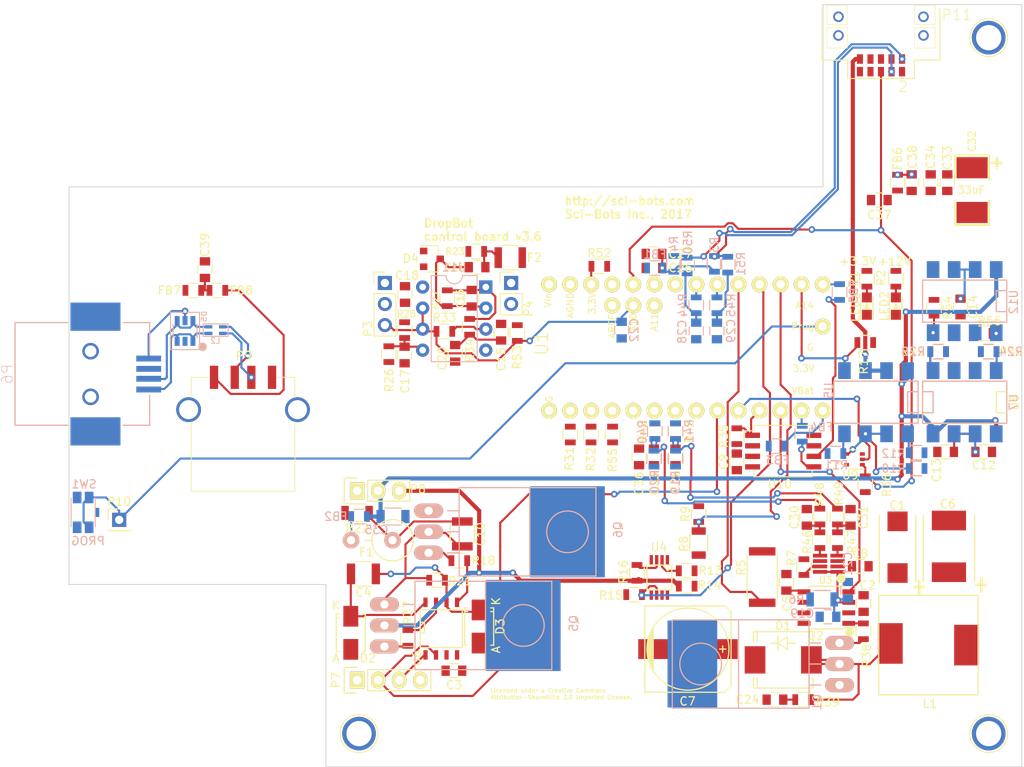
<source format=kicad_pcb>
(kicad_pcb (version 20171130) (host pcbnew "(5.1.5)-2")
  (title_block (title "DropBot control board") (date 2017-06-19) (rev v3.6) (company "Sci-Bots Inc."))
  (layers (0 Front signal) (1 POWER power) (2 GND power) (31 Back signal) (34 B.Paste user) (35 F.Paste user) (36 B.SilkS user) (37 F.SilkS user) (38 B.Mask user) (39 F.Mask user) (44 Edge.Cuts user))
  (net 0 "")
  (net 1 GND)
  (net 2 "Net-(C5-Pad1)")
  (net 3 +12V)
  (net 4 "Net-(D1-Pad2)")
  (net 5 A0/SHORT_CHK)
  (net 6 A1/HV_FB)
  (net 7 "Net-(Q1-Pad1)")
  (net 8 "Net-(R7-Pad1)")
  (net 9 "Net-(R11-Pad2)")
  (net 10 "Net-(R13-Pad2)")
  (net 11 HV)
  (net 12 "Net-(R16-Pad1)")
  (net 13 "Net-(LED1-Pad2)")
  (net 14 "Net-(LED2-Pad2)")
  (net 15 VOUT)
  (net 16 "Net-(U1-Pad23)")
  (net 17 "Net-(U1-Pad25)")
  (net 18 "Net-(U1-Pad26)")
  (net 19 A3/MAX1771_CS)
  (net 20 "Net-(C4-Pad1)")
  (net 21 "Net-(C4-Pad2)")
  (net 22 "Net-(C10-Pad1)")
  (net 23 "Net-(C10-Pad2)")
  (net 24 "Net-(Q5-Pad1)")
  (net 25 "Net-(Q6-Pad1)")
  (net 26 "Net-(C11-Pad1)")
  (net 27 CUR_SENSE)
  (net 28 "Net-(C12-Pad1)")
  (net 29 "Net-(C13-Pad1)")
  (net 30 "Net-(C14-Pad1)")
  (net 31 +0.6V)
  (net 32 A11)
  (net 33 D8/OUTPUT_SELECT)
  (net 34 D0)
  (net 35 "Net-(R24-Pad2)")
  (net 36 D1)
  (net 37 "Net-(R28-Pad2)")
  (net 38 D2)
  (net 39 "Net-(R29-Pad2)")
  (net 40 "Net-(R30-Pad2)")
  (net 41 "Net-(U1-Pad35)")
  (net 42 "Net-(C17-Pad1)")
  (net 43 HVAC)
  (net 44 SCL)
  (net 45 SDA)
  (net 46 D7/DRIVER_HI)
  (net 47 D6/DRIVER_LO)
  (net 48 D4/SSDA)
  (net 49 D5/SSCL)
  (net 50 HV_OE)
  (net 51 "Net-(R10-Pad2)")
  (net 52 D13/CLK)
  (net 53 D9/CS)
  (net 54 D10/SHDN)
  (net 55 "Net-(C11-Pad2)")
  (net 56 "Net-(C24-Pad2)")
  (net 57 "Net-(R18-Pad2)")
  (net 58 "Net-(R37-Pad2)")
  (net 59 "Net-(R38-Pad2)")
  (net 60 "Net-(C23-Pad1)")
  (net 61 "Net-(C25-Pad2)")
  (net 62 "Net-(C26-Pad2)")
  (net 63 "Net-(C28-Pad1)")
  (net 64 "Net-(C29-Pad2)")
  (net 65 "Net-(C30-Pad1)")
  (net 66 "Net-(C31-Pad2)")
  (net 67 "Net-(F1-Pad2)")
  (net 68 "Net-(R12-Pad2)")
  (net 69 "Net-(R42-Pad1)")
  (net 70 "Net-(R43-Pad1)")
  (net 71 "Net-(R44-Pad2)")
  (net 72 "Net-(R45-Pad2)")
  (net 73 "Net-(R46-Pad2)")
  (net 74 "Net-(R47-Pad2)")
  (net 75 D12/MISO)
  (net 76 "Net-(FB3-Pad2)")
  (net 77 "Net-(FB4-Pad2)")
  (net 78 D11/M0SI)
  (net 79 "Net-(FB5-Pad1)")
  (net 80 CHASIS_GND)
  (net 81 "Net-(R52-Pad2)")
  (net 82 "Net-(D5-Pad1)")
  (net 83 "Net-(D5-Pad4)")
  (net 84 "Net-(D5-Pad5)")
  (net 85 "Net-(FB8-Pad2)")
  (net 86 "Net-(C39-Pad2)")
  (net 87 "Net-(C16-Pad1)")
  (net 88 "Net-(R33-Pad2)")
  (net 89 "Net-(C15-Pad1)")
  (net 90 "Net-(R54-Pad2)")
  (net 91 "Net-(R56-Pad2)")
  (net 92 "Net-(U1-Pad3)")
  (net 93 "Net-(C19-Pad2)")
  (net 94 "Net-(C19-Pad1)")
  (net 95 PROG)
  (net 96 A2/HV7802_CS)
  (net 97 +3V3)
  (net 98 "/USB pass-through/D+")
  (net 99 "/USB pass-through/D-")
  (net 100 "Net-(U1-Pad20)")
  (net 101 "Net-(U1-Pad21)")
  (module Housings_SOIC:SOIC-8_3.9x4.9mm_Pitch1.27mm (layer Front) (at 124.409 93.788 180)
    (fp_text reference U2 (at 1.309 -3.412) (layer F.SilkS))
    (fp_text value MAX1771)
    (pad 1 smd rect (at -2.7 -1.905 180) (size 1.55 0.6) (layers Front F.Paste F.Mask) (net 59 "Net-(R38-Pad2)"))
    (pad 2 smd rect (at -2.7 -0.635 180) (size 1.55 0.6) (layers Front F.Paste F.Mask))
    (pad 3 smd rect (at -2.7 0.635 180) (size 1.55 0.6) (layers Front F.Paste F.Mask) (net 94 "Net-(C19-Pad1)"))
    (pad 4 smd rect (at -2.7 1.905 180) (size 1.55 0.6) (layers Front F.Paste F.Mask) (net 54 D10/SHDN))
    (pad 5 smd rect (at 2.7 1.905 180) (size 1.55 0.6) (layers Front F.Paste F.Mask) (net 2 "Net-(C5-Pad1)"))
    (pad 6 smd rect (at 2.7 0.635 180) (size 1.55 0.6) (layers Front F.Paste F.Mask))
    (pad 7 smd rect (at 2.7 -0.635 180) (size 1.55 0.6) (layers Front F.Paste F.Mask))
    (pad 8 smd rect (at 2.7 -1.905 180) (size 1.55 0.6) (layers Front F.Paste F.Mask))
  )
  (module Sci-Bots:SOT-23-8 (layer Front) (at 124.7 88.5 180)
    (fp_text reference U3 (at 0.4 -1.975 180) (layer F.SilkS) (effects (font (size 0.8 0.8))))
    (fp_text value CAT5171)
    (pad 1 smd rect (at -1.054 -0.975 90) (size 0.457 1.727) (layers Front F.Paste F.Mask) (net 94 "Net-(C19-Pad1)"))
    (pad 2 smd rect (at -1.054 -0.325 90) (size 0.457 1.727) (layers Front F.Paste F.Mask))
    (pad 3 smd rect (at -1.054 0.325 90) (size 0.457 1.727) (layers Front F.Paste F.Mask))
    (pad 4 smd rect (at -1.054 0.975 90) (size 0.457 1.727) (layers Front F.Paste F.Mask) (net 74 "Net-(R47-Pad2)"))
    (pad 5 smd rect (at 1.054 0.975 90) (size 0.457 1.727) (layers Front F.Paste F.Mask) (net 73 "Net-(R46-Pad2)"))
    (pad 6 smd rect (at 1.054 0.325 90) (size 0.457 1.727) (layers Front F.Paste F.Mask))
    (pad 7 smd rect (at 1.054 -0.325 90) (size 0.457 1.727) (layers Front F.Paste F.Mask) (net 8 "Net-(R7-Pad1)"))
    (pad 8 smd rect (at 1.054 -0.975 90) (size 0.457 1.727) (layers Front F.Paste F.Mask) (net 94 "Net-(C19-Pad1)"))
  )
  (module Sci-Bots:AU-Y1006 (layer Front) (at 54 66)
    (fp_text reference P9 (at 0.1 -2.6) (layer F.SilkS))
    (fp_text value USB_A)
    (pad 3 smd rect (at 1 0 270) (size 2.8 1) (layers Front F.Paste F.Mask))
    (pad 4 smd rect (at 3.5 0 270) (size 2.8 1) (layers Front F.Paste F.Mask))
    (pad 2 smd rect (at -1 0 270) (size 2.8 1) (layers Front F.Paste F.Mask) (net 99 "/USB pass-through/D-"))
    (pad 1 smd rect (at -3.5 0 270) (size 2.8 1) (layers Front F.Paste F.Mask) (net 85 "Net-(FB8-Pad2)"))
    (pad 5 thru_hole circle (at 6.57 3.9 270) (size 3 3) (drill 2.3) (layers *.Cu *.Mask))
    (pad 5 thru_hole circle (at -6.57 3.9 270) (size 3 3) (drill 2.3) (layers *.Cu *.Mask))
  )
  (module Pin_Headers:Pin_Header_Straight_1x04 (layer Front) (at 67.767 102.551 90)
    (fp_text reference P7 (at 0 -2.54 90) (layer F.SilkS))
    (fp_text value CONN_01X04)
    (pad 1 thru_hole rect (at 0 0 90) (size 2.032 1.7272) (drill 1.016) (layers *.Cu *.Mask F.SilkS))
    (pad 2 thru_hole oval (at 0 2.54 90) (size 2.032 1.7272) (drill 1.016) (layers *.Cu *.Mask F.SilkS) (net 46 D7/DRIVER_HI))
    (pad 3 thru_hole oval (at 0 5.08 90) (size 2.032 1.7272) (drill 1.016) (layers *.Cu *.Mask F.SilkS) (net 47 D6/DRIVER_LO))
    (pad 4 thru_hole oval (at 0 7.62 90) (size 2.032 1.7272) (drill 1.016) (layers *.Cu *.Mask F.SilkS))
  )
  (module LEDs:LED_0805 (layer Front) (at 132.8 57.4 90)
    (fp_text reference LED2 (at 0 -1.4 90) (layer F.SilkS))
    (fp_text value +12V (at 5.4 -0.2 180) (layer F.SilkS))
    (pad 2 smd rect (at 1.04902 0 270) (size 1.19888 1.19888) (layers Front F.Paste F.Mask) (net 14 "Net-(LED2-Pad2)"))
    (pad 1 smd rect (at -1.04902 0 270) (size 1.19888 1.19888) (layers Front F.Paste F.Mask))
  )
  (module LEDs:LED_0805 (layer Front) (at 129.3 57.4 90)
    (fp_text reference LED1 (at -0.1 -1.4 90) (layer F.SilkS))
    (fp_text value +3.3V (at 5.4 -1.1 180) (layer F.SilkS))
    (pad 2 smd rect (at 1.04902 0 270) (size 1.19888 1.19888) (layers Front F.Paste F.Mask) (net 13 "Net-(LED1-Pad2)"))
    (pad 1 smd rect (at -1.04902 0 270) (size 1.19888 1.19888) (layers Front F.Paste F.Mask))
  )
  (module TO_SOT_Packages_THT:TO-220_Neutral123_Horizontal_LargePads (layer Back) (at 76.403 84.644 90)
    (fp_text reference Q6 (at 0.24892 22.84984 90) (layer B.SilkS) (effects (justify mirror)))
    (fp_text value IRF740BPBF)
    (pad 2 thru_hole oval (at 0 0) (size 3.50012 1.69926) (drill 1.00076) (layers *.Cu *.Mask B.SilkS))
    (pad 1 thru_hole oval (at -2.54 0) (size 3.50012 1.69926) (drill 1.00076) (layers *.Cu *.Mask B.SilkS) (net 25 "Net-(Q6-Pad1)"))
    (pad 3 thru_hole oval (at 2.54 0) (size 3.50012 1.69926) (drill 1.00076) (layers *.Cu *.Mask B.SilkS))
    (pad 2 smd rect (at 0 16.764 90) (size 11 9) (layers Back B.Paste B.Mask))
  )
  (module TO_SOT_Packages_THT:TO-220_Neutral123_Horizontal_LargePads (layer Back) (at 71.069 95.947 90)
    (fp_text reference Q5 (at 0.24892 22.84984 90) (layer B.SilkS) (effects (justify mirror)))
    (fp_text value IRF740BPBF)
    (pad 2 thru_hole oval (at 0 0) (size 3.50012 1.69926) (drill 1.00076) (layers *.Cu *.Mask B.SilkS) (net 11 HV))
    (pad 1 thru_hole oval (at -2.54 0) (size 3.50012 1.69926) (drill 1.00076) (layers *.Cu *.Mask B.SilkS) (net 24 "Net-(Q5-Pad1)"))
    (pad 3 thru_hole oval (at 2.54 0) (size 3.50012 1.69926) (drill 1.00076) (layers *.Cu *.Mask B.SilkS) (net 22 "Net-(C10-Pad1)"))
    (pad 2 smd rect (at 0 16.764 90) (size 11 9) (layers Back B.Paste B.Mask))
  )
  (module TO_SOT_Packages_THT:TO-220_Neutral123_Horizontal_LargePads (layer Back) (at 126 100.6 270)
    (fp_text reference Q1 (at 4.609 2.711 270) (layer B.SilkS) (effects (justify mirror)))
    (fp_text value STP33N65M2)
    (pad 2 thru_hole oval (at 0 0 180) (size 3.50012 1.69926) (drill 1.00076) (layers *.Cu *.Mask B.SilkS) (net 4 "Net-(D1-Pad2)"))
    (pad 1 thru_hole oval (at -2.54 0 180) (size 3.50012 1.69926) (drill 1.00076) (layers *.Cu *.Mask B.SilkS) (net 7 "Net-(Q1-Pad1)"))
    (pad 3 thru_hole oval (at 2.54 0 180) (size 3.50012 1.69926) (drill 1.00076) (layers *.Cu *.Mask B.SilkS))
    (pad "" smd rect (at 0 17.764 270) (size 10.5 6) (layers Back B.Paste B.Mask))
  )
  (module SMD_Packages:DIP-8_SMD (layer Back) (at 141.1 69)
    (fp_text reference U7 (at 5.9 0 90) (layer B.SilkS) (effects (justify mirror)))
    (fp_text value "DPST (2 Form A), 350V" hide)
    (pad 1 smd rect (at -3.81 -3.81) (size 1.524 2.032) (layers Back B.Paste B.Mask) (net 37 "Net-(R28-Pad2)"))
    (pad 2 smd rect (at -1.27 -3.81) (size 1.524 2.032) (layers Back B.Paste B.Mask))
    (pad 3 smd rect (at 1.27 -3.81) (size 1.524 2.032) (layers Back B.Paste B.Mask))
    (pad 4 smd rect (at 3.81 -3.81) (size 1.524 2.032) (layers Back B.Paste B.Mask) (net 35 "Net-(R24-Pad2)"))
    (pad 5 smd rect (at 3.81 3.81) (size 1.524 2.032) (layers Back B.Paste B.Mask))
    (pad 6 smd rect (at 1.27 3.81) (size 1.524 2.032) (layers Back B.Paste B.Mask) (net 28 "Net-(C12-Pad1)"))
    (pad 7 smd rect (at -1.27 3.81) (size 1.524 2.032) (layers Back B.Paste B.Mask) (net 28 "Net-(C12-Pad1)"))
    (pad 8 smd rect (at -3.81 3.81) (size 1.524 2.032) (layers Back B.Paste B.Mask) (net 43 HVAC))
  )
  (module Capacitors_Tantalum_SMD:TantalC_SizeD_EIA-7343_Reflow (layer Front) (at 133 86.5 90)
    (fp_text reference C1 (at 5.08 0 180) (layer F.SilkS))
    (fp_text value 10uF)
    (pad 2 smd rect (at 3.12 0 90) (size 2.37 2.43) (layers Front F.Paste F.Mask))
    (pad 1 smd rect (at -3.12 0 90) (size 2.37 2.43) (layers Front F.Paste F.Mask))
  )
  (module Capacitors_Tantalum_SMD:TantalC_SizeE_EIA-7360_Reflow (layer Front) (at 139.2 86.4 90)
    (fp_text reference C6 (at 5.114 -0.151 180) (layer F.SilkS))
    (fp_text value 100uF)
    (pad 2 smd rect (at 3.12 0 90) (size 2.37 4.13) (layers Front F.Paste F.Mask))
    (pad 1 smd rect (at -3.12 0 90) (size 2.37 4.13) (layers Front F.Paste F.Mask))
  )
  (module footprints:MSOP-8 (layer Front) (at 104.25 90.15 180)
    (fp_text reference U4 (at 0.05 3.65 180) (layer F.SilkS))
    (fp_text value HV7802)
    (pad 1 smd rect (at -0.975 2.1 180) (size 0.4 1.2) (layers Front F.Paste F.Mask))
    (pad 2 smd rect (at -0.325 2.1 180) (size 0.4 1.2) (layers Front F.Paste F.Mask) (net 10 "Net-(R13-Pad2)"))
    (pad 3 smd rect (at 0.325 2.1 180) (size 0.4 1.2) (layers Front F.Paste F.Mask) (net 12 "Net-(R16-Pad1)"))
    (pad 4 smd rect (at 0.975 2.1 180) (size 0.4 1.2) (layers Front F.Paste F.Mask))
    (pad 5 smd rect (at 0.975 -2.1 180) (size 0.4 1.2) (layers Front F.Paste F.Mask))
    (pad 6 smd rect (at 0.325 -2.1 180) (size 0.4 1.2) (layers Front F.Paste F.Mask) (net 96 A2/HV7802_CS))
    (pad 7 smd rect (at -0.325 -2.1 180) (size 0.4 1.2) (layers Front F.Paste F.Mask))
    (pad 8 smd rect (at -0.975 -2.1 180) (size 0.4 1.2) (layers Front F.Paste F.Mask))
  )
  (module SMD_Packages:DIP-8_SMD (layer Back) (at 130.4 69 180)
    (fp_text reference U5 (at 5.7 1.4 90) (layer B.SilkS) (effects (justify mirror)))
    (fp_text value "DPST (2 Form A), 350V" hide)
    (pad 1 smd rect (at -3.81 -3.81 180) (size 1.524 2.032) (layers Back B.Paste B.Mask) (net 68 "Net-(R12-Pad2)"))
    (pad 2 smd rect (at -1.27 -3.81 180) (size 1.524 2.032) (layers Back B.Paste B.Mask) (net 51 "Net-(R10-Pad2)"))
    (pad 3 smd rect (at 1.27 -3.81 180) (size 1.524 2.032) (layers Back B.Paste B.Mask) (net 51 "Net-(R10-Pad2)"))
    (pad 4 smd rect (at 3.81 -3.81 180) (size 1.524 2.032) (layers Back B.Paste B.Mask) (net 9 "Net-(R11-Pad2)"))
    (pad 5 smd rect (at 3.81 3.81 180) (size 1.524 2.032) (layers Back B.Paste B.Mask) (net 5 A0/SHORT_CHK))
    (pad 6 smd rect (at 1.27 3.81 180) (size 1.524 2.032) (layers Back B.Paste B.Mask) (net 15 VOUT))
    (pad 7 smd rect (at -1.27 3.81 180) (size 1.524 2.032) (layers Back B.Paste B.Mask) (net 15 VOUT))
    (pad 8 smd rect (at -3.81 3.81 180) (size 1.524 2.032) (layers Back B.Paste B.Mask) (net 43 HVAC))
  )
  (module Capacitors_SMD:c_elec_10x10 (layer Front) (at 107.7 98.8)
    (fp_text reference C7 (at -0.05 6.3) (layer F.SilkS))
    (fp_text value 3.3uF,400V)
    (pad 1 smd rect (at 4.0005 0) (size 4.0005 2.4003) (layers Front F.Paste F.Mask))
    (pad 2 smd rect (at -4.0005 0) (size 4.0005 2.4003) (layers Front F.Paste F.Mask))
  )
  (module Pin_Headers:Pin_Header_Straight_1x03 (layer Front) (at 67.767 79.691 90)
    (fp_text reference P8 (at 0.191 7.333 180) (layer F.SilkS))
    (fp_text value CONN_01X03)
    (pad 1 thru_hole rect (at 0 0 90) (size 2.032 1.7272) (drill 1.016) (layers *.Cu *.Mask F.SilkS))
    (pad 2 thru_hole oval (at 0 2.54 90) (size 2.032 1.7272) (drill 1.016) (layers *.Cu *.Mask F.SilkS) (net 43 HVAC))
    (pad 3 thru_hole oval (at 0 5.08 90) (size 2.032 1.7272) (drill 1.016) (layers *.Cu *.Mask F.SilkS) (net 11 HV))
  )
  (module Diodes_SMD:SMA_Standard (layer Front) (at 67.005 96.836 270)
    (fp_text reference D2 (at 3.048 -2.032) (layer F.SilkS))
    (fp_text value D)
    (fp_text user K (at -3.302 1.778) (layer F.SilkS))
    (fp_text user A (at 3.048 1.778) (layer F.SilkS))
    (pad 1 smd rect (at -1.99898 0 270) (size 2.49936 1.80086) (layers Front F.Paste F.Mask) (net 21 "Net-(C4-Pad2)"))
    (pad 2 smd rect (at 1.99898 0 270) (size 2.49936 1.80086) (layers Front F.Paste F.Mask))
  )
  (module Diodes_SMD:SMA_Standard (layer Front) (at 82.499 96.074 270)
    (fp_text reference D3 (at 0 -2.54 270) (layer F.SilkS))
    (fp_text value D)
    (fp_text user K (at -3.048 -2.032 90) (layer F.SilkS))
    (fp_text user A (at 2.794 -2.032 90) (layer F.SilkS))
    (pad 1 smd rect (at -1.99898 0 270) (size 2.49936 1.80086) (layers Front F.Paste F.Mask) (net 20 "Net-(C4-Pad1)"))
    (pad 2 smd rect (at 1.99898 0 270) (size 2.49936 1.80086) (layers Front F.Paste F.Mask))
  )
  (module Resistors_ThroughHole:Resistor_Vertical_RM5mm (layer Front) (at 69.545 85.66 180)
    (fp_text reference F1 (at 0.645 -1.44 180) (layer F.SilkS))
    (fp_text value PTC)
    (pad 1 thru_hole circle (at -2.49936 0 180) (size 1.99898 1.99898) (drill 1.00076) (layers *.Cu *.SilkS *.Mask) (net 23 "Net-(C10-Pad2)"))
    (pad 2 thru_hole circle (at 2.5019 0 180) (size 1.99898 1.99898) (drill 1.00076) (layers *.Cu *.SilkS *.Mask) (net 67 "Net-(F1-Pad2)"))
  )
  (module SMD_Packages:SOIC-8-N (layer Front) (at 77.927 96.328)
    (fp_text reference U6 (at -2.927 3.572 90) (layer F.SilkS))
    (fp_text value NCP5304)
    (pad 8 smd rect (at -1.905 -3.175) (size 0.508 1.143) (layers Front F.Paste F.Mask) (net 21 "Net-(C4-Pad2)"))
    (pad 7 smd rect (at -0.635 -3.175) (size 0.508 1.143) (layers Front F.Paste F.Mask) (net 58 "Net-(R37-Pad2)"))
    (pad 6 smd rect (at 0.635 -3.175) (size 0.508 1.143) (layers Front F.Paste F.Mask) (net 20 "Net-(C4-Pad1)"))
    (pad 5 smd rect (at 1.905 -3.175) (size 0.508 1.143) (layers Front F.Paste F.Mask) (net 57 "Net-(R18-Pad2)"))
    (pad 4 smd rect (at 1.905 3.175) (size 0.508 1.143) (layers Front F.Paste F.Mask))
    (pad 3 smd rect (at 0.635 3.175) (size 0.508 1.143) (layers Front F.Paste F.Mask))
    (pad 2 smd rect (at -0.635 3.175) (size 0.508 1.143) (layers Front F.Paste F.Mask) (net 46 D7/DRIVER_HI))
    (pad 1 smd rect (at -1.905 3.175) (size 0.508 1.143) (layers Front F.Paste F.Mask) (net 47 D6/DRIVER_LO))
  )
  (module Capacitors_SMD:C_0805 (layer Front) (at 143.4 75)
    (fp_text reference C12 (at 0 1.6) (layer F.SilkS))
    (fp_text value 10pF)
    (pad 1 smd rect (at -1 0) (size 1 1.25) (layers Front F.Paste F.Mask))
    (pad 2 smd rect (at 1 0) (size 1 1.25) (layers Front F.Paste F.Mask))
  )
  (module Capacitors_SMD:C_0805 (layer Front) (at 138.8 75 180)
    (fp_text reference C13 (at 1.1 -2.2 90) (layer F.SilkS))
    (fp_text value 100pF)
    (pad 1 smd rect (at -1 0 180) (size 1 1.25) (layers Front F.Paste F.Mask) (net 29 "Net-(C13-Pad1)"))
    (pad 2 smd rect (at 1 0 180) (size 1 1.25) (layers Front F.Paste F.Mask))
  )
  (module Capacitors_SMD:C_0805 (layer Front) (at 85.15 60.55 90)
    (fp_text reference C15 (at -3.25 0 90) (layer F.SilkS))
    (fp_text value 1uF)
    (pad 1 smd rect (at -1 0 90) (size 1 1.25) (layers Front F.Paste F.Mask) (net 89 "Net-(C15-Pad1)"))
    (pad 2 smd rect (at 1 0 90) (size 1 1.25) (layers Front F.Paste F.Mask))
  )
  (module Resistors_SMD:R_0805 (layer Back) (at 144 62.9)
    (fp_text reference R24 (at 2.7 0) (layer B.SilkS) (effects (justify mirror)))
    (fp_text value 100)
    (pad 1 smd rect (at -0.95 0) (size 0.7 1.3) (layers Back B.Paste B.Mask))
    (pad 2 smd rect (at 0.95 0) (size 0.7 1.3) (layers Back B.Paste B.Mask) (net 35 "Net-(R24-Pad2)"))
  )
  (module Resistors_SMD:R_0805 (layer Back) (at 137.9 62.9 180)
    (fp_text reference R28 (at 3 0 180) (layer B.SilkS) (effects (justify mirror)))
    (fp_text value 100)
    (pad 1 smd rect (at -0.95 0 180) (size 0.7 1.3) (layers Back B.Paste B.Mask))
    (pad 2 smd rect (at 0.95 0 180) (size 0.7 1.3) (layers Back B.Paste B.Mask) (net 37 "Net-(R28-Pad2)"))
  )
  (module Resistors_SMD:R_0805 (layer Front) (at 137.9 62.9 180)
    (fp_text reference R29 (at 3.1 0 180) (layer F.SilkS))
    (fp_text value 100)
    (pad 1 smd rect (at -0.95 0 180) (size 0.7 1.3) (layers Front F.Paste F.Mask))
    (pad 2 smd rect (at 0.95 0 180) (size 0.7 1.3) (layers Front F.Paste F.Mask) (net 39 "Net-(R29-Pad2)"))
  )
  (module Resistors_SMD:R_0805 (layer Front) (at 144 62.9)
    (fp_text reference R30 (at 2.7 0) (layer F.SilkS))
    (fp_text value 100)
    (pad 1 smd rect (at -0.95 0) (size 0.7 1.3) (layers Front F.Paste F.Mask))
    (pad 2 smd rect (at 0.95 0) (size 0.7 1.3) (layers Front F.Paste F.Mask) (net 40 "Net-(R30-Pad2)"))
  )
  (module SMD_Packages:DIP-8_SMD (layer Front) (at 141.1 69 180)
    (fp_text reference U8 (at -6 0 270) (layer F.SilkS))
    (fp_text value "DPST (2 Form A), 350V" hide)
    (pad 1 smd rect (at -3.81 3.81 180) (size 1.524 2.032) (layers Front F.Paste F.Mask) (net 40 "Net-(R30-Pad2)"))
    (pad 2 smd rect (at -1.27 3.81 180) (size 1.524 2.032) (layers Front F.Paste F.Mask))
    (pad 3 smd rect (at 1.27 3.81 180) (size 1.524 2.032) (layers Front F.Paste F.Mask))
    (pad 4 smd rect (at 3.81 3.81 180) (size 1.524 2.032) (layers Front F.Paste F.Mask) (net 39 "Net-(R29-Pad2)"))
    (pad 5 smd rect (at 3.81 -3.81 180) (size 1.524 2.032) (layers Front F.Paste F.Mask))
    (pad 6 smd rect (at 1.27 -3.81 180) (size 1.524 2.032) (layers Front F.Paste F.Mask) (net 29 "Net-(C13-Pad1)"))
    (pad 7 smd rect (at -1.27 -3.81 180) (size 1.524 2.032) (layers Front F.Paste F.Mask) (net 29 "Net-(C13-Pad1)"))
    (pad 8 smd rect (at -3.81 -3.81 180) (size 1.524 2.032) (layers Front F.Paste F.Mask) (net 43 HVAC))
  )
  (module Capacitors_SMD:C_0805 (layer Front) (at 128.9 93.3 270)
    (fp_text reference C2 (at -2.2 -0.5) (layer F.SilkS))
    (fp_text value 0.1uF)
    (pad 1 smd rect (at -1 0 270) (size 1 1.25) (layers Front F.Paste F.Mask))
    (pad 2 smd rect (at 1 0 270) (size 1 1.25) (layers Front F.Paste F.Mask))
  )
  (module Capacitors_SMD:C_0805 (layer Front) (at 79.451 101.408 180)
    (fp_text reference C3 (at -0.024 -1.717 180) (layer F.SilkS))
    (fp_text value 0.1uF)
    (pad 1 smd rect (at -1 0 180) (size 1 1.25) (layers Front F.Paste F.Mask))
    (pad 2 smd rect (at 1 0 180) (size 1 1.25) (layers Front F.Paste F.Mask))
  )
  (module Capacitors_SMD:C_0805 (layer Front) (at 119.583 90.74 90)
    (fp_text reference C5 (at -2.56 0.117 270) (layer F.SilkS))
    (fp_text value 0.1uF)
    (pad 1 smd rect (at -1 0 90) (size 1 1.25) (layers Front F.Paste F.Mask) (net 2 "Net-(C5-Pad1)"))
    (pad 2 smd rect (at 1 0 90) (size 1 1.25) (layers Front F.Paste F.Mask))
  )
  (module Capacitors_SMD:C_0805 (layer Front) (at 128.5 88.8 180)
    (fp_text reference C8 (at 0 1.524 180) (layer F.SilkS))
    (fp_text value 0.1uF)
    (pad 1 smd rect (at -1 0 180) (size 1 1.25) (layers Front F.Paste F.Mask))
    (pad 2 smd rect (at 1 0 180) (size 1 1.25) (layers Front F.Paste F.Mask))
  )
  (module Resistors_SMD:R_0805 (layer Front) (at 129.3 54.1 270)
    (fp_text reference R1 (at 0 1.6 270) (layer F.SilkS))
    (fp_text value 1k)
    (pad 1 smd rect (at -0.95 0 270) (size 0.7 1.3) (layers Front F.Paste F.Mask))
    (pad 2 smd rect (at 0.95 0 270) (size 0.7 1.3) (layers Front F.Paste F.Mask) (net 13 "Net-(LED1-Pad2)"))
  )
  (module Resistors_SMD:R_0805 (layer Front) (at 132.8 54.1 270)
    (fp_text reference R2 (at -0.1 1.8 90) (layer F.SilkS))
    (fp_text value 2k)
    (pad 1 smd rect (at -0.95 0 270) (size 0.7 1.3) (layers Front F.Paste F.Mask))
    (pad 2 smd rect (at 0.95 0 270) (size 0.7 1.3) (layers Front F.Paste F.Mask) (net 14 "Net-(LED2-Pad2)"))
  )
  (module Resistors_SMD:R_0805 (layer Front) (at 121.7 88.9 90)
    (fp_text reference R7 (at 1.1 -1.5 90) (layer F.SilkS))
    (fp_text value 9.1k)
    (pad 1 smd rect (at -0.95 0 90) (size 0.7 1.3) (layers Front F.Paste F.Mask) (net 8 "Net-(R7-Pad1)"))
    (pad 2 smd rect (at 0.95 0 90) (size 0.7 1.3) (layers Front F.Paste F.Mask))
  )
  (module Resistors_SMD:R_0805 (layer Front) (at 109 82.5 270)
    (fp_text reference R9 (at 0 1.6 270) (layer F.SilkS))
    (fp_text value 20k)
    (pad 1 smd rect (at -0.95 0 270) (size 0.7 1.3) (layers Front F.Paste F.Mask))
    (pad 2 smd rect (at 0.95 0 270) (size 0.7 1.3) (layers Front F.Paste F.Mask) (net 6 A1/HV_FB))
  )
  (module Resistors_SMD:R_0805 (layer Back) (at 135.3 77 180)
    (fp_text reference R10 (at 2.8 0 180) (layer B.SilkS) (effects (justify mirror)))
    (fp_text value 5.1k)
    (pad 1 smd rect (at -0.95 0 180) (size 0.7 1.3) (layers Back B.Paste B.Mask))
    (pad 2 smd rect (at 0.95 0 180) (size 0.7 1.3) (layers Back B.Paste B.Mask) (net 51 "Net-(R10-Pad2)"))
  )
  (module Resistors_SMD:R_0805 (layer Back) (at 125.5 75.2)
    (fp_text reference R11 (at 0.1 1.4) (layer B.SilkS) (effects (justify mirror)))
    (fp_text value 100)
    (pad 1 smd rect (at -0.95 0) (size 0.7 1.3) (layers Back B.Paste B.Mask))
    (pad 2 smd rect (at 0.95 0) (size 0.7 1.3) (layers Back B.Paste B.Mask) (net 9 "Net-(R11-Pad2)"))
  )
  (module Resistors_SMD:R_0805 (layer Back) (at 135.3 75.1 180)
    (fp_text reference R12 (at 2.8 -0.1 180) (layer B.SilkS) (effects (justify mirror)))
    (fp_text value 100)
    (pad 1 smd rect (at -0.95 0 180) (size 0.7 1.3) (layers Back B.Paste B.Mask))
    (pad 2 smd rect (at 0.95 0 180) (size 0.7 1.3) (layers Back B.Paste B.Mask) (net 68 "Net-(R12-Pad2)"))
  )
  (module Resistors_SMD:R_0805 (layer Front) (at 107.55 89.35 180)
    (fp_text reference R13 (at -2.874 0.027) (layer F.SilkS))
    (fp_text value 5.1k)
    (pad 1 smd rect (at -0.95 0 180) (size 0.7 1.3) (layers Front F.Paste F.Mask))
    (pad 2 smd rect (at 0.95 0 180) (size 0.7 1.3) (layers Front F.Paste F.Mask) (net 10 "Net-(R13-Pad2)"))
  )
  (module Resistors_SMD:R_0805 (layer Front) (at 107.55 91.2)
    (fp_text reference R14 (at 2.75 -0.1) (layer F.SilkS))
    (fp_text value 1)
    (pad 1 smd rect (at -0.95 0) (size 0.7 1.3) (layers Front F.Paste F.Mask) (net 11 HV))
    (pad 2 smd rect (at 0.95 0) (size 0.7 1.3) (layers Front F.Paste F.Mask))
  )
  (module Resistors_SMD:R_0805 (layer Front) (at 101.2 92.225)
    (fp_text reference R15 (at -2.8 0.075) (layer F.SilkS))
    (fp_text value 51k)
    (pad 1 smd rect (at -0.95 0) (size 0.7 1.3) (layers Front F.Paste F.Mask))
    (pad 2 smd rect (at 0.95 0) (size 0.7 1.3) (layers Front F.Paste F.Mask) (net 96 A2/HV7802_CS))
  )
  (module Resistors_SMD:R_0805 (layer Front) (at 101.549 89.597 270)
    (fp_text reference R16 (at -0.127 1.651 270) (layer F.SilkS))
    (fp_text value 100k)
    (pad 1 smd rect (at -0.95 0 270) (size 0.7 1.3) (layers Front F.Paste F.Mask) (net 12 "Net-(R16-Pad1)"))
    (pad 2 smd rect (at 0.95 0 270) (size 0.7 1.3) (layers Front F.Paste F.Mask) (net 11 HV))
  )
  (module Resistors_SMD:R_0805 (layer Front) (at 129.1 61.8 180)
    (fp_text reference R17 (at 0.2 -2.4 90) (layer F.SilkS))
    (fp_text value 51k)
    (pad 1 smd rect (at -0.95 0 180) (size 0.7 1.3) (layers Front F.Paste F.Mask))
    (pad 2 smd rect (at 0.95 0 180) (size 0.7 1.3) (layers Front F.Paste F.Mask) (net 5 A0/SHORT_CHK))
  )
  (module Resistors_SMD:R_0805 (layer Front) (at 77.419 90.486)
    (fp_text reference R21 (at 2.781 0.114 180) (layer F.SilkS))
    (fp_text value 10)
    (pad 1 smd rect (at -0.95 0) (size 0.7 1.3) (layers Front F.Paste F.Mask) (net 22 "Net-(C10-Pad1)"))
    (pad 2 smd rect (at 0.95 0) (size 0.7 1.3) (layers Front F.Paste F.Mask) (net 20 "Net-(C4-Pad1)"))
  )
  (module Resistors_SMD:R_1206 (layer Back) (at 123.9 92.8)
    (fp_text reference R6 (at -3.1 0) (layer B.SilkS) (effects (justify mirror)))
    (fp_text value 2M)
    (pad 1 smd rect (at -1.45 0) (size 0.9 1.7) (layers Back B.Paste B.Mask))
    (pad 2 smd rect (at 1.45 0) (size 0.9 1.7) (layers Back B.Paste B.Mask) (net 94 "Net-(C19-Pad1)"))
  )
  (module Resistors_SMD:R_1206 (layer Front) (at 109 86 270)
    (fp_text reference R8 (at 0.1 1.8 270) (layer F.SilkS))
    (fp_text value 2M)
    (pad 1 smd rect (at -1.45 0 270) (size 0.9 1.7) (layers Front F.Paste F.Mask) (net 6 A1/HV_FB))
    (pad 2 smd rect (at 1.45 0 270) (size 0.9 1.7) (layers Front F.Paste F.Mask))
  )
  (module Resistors_SMD:R_2512 (layer Front) (at 116.662 90.105 90)
    (fp_text reference R5 (at 1.143 -2.54 90) (layer F.SilkS))
    (fp_text value 30m)
    (pad 1 smd rect (at -3.1 0 90) (size 1 3.2) (layers Front F.Paste F.Mask) (net 19 A3/MAX1771_CS))
    (pad 2 smd rect (at 3.1 0 90) (size 1 3.2) (layers Front F.Paste F.Mask))
  )
  (module Capacitors_SMD:C_1210 (layer Front) (at 80.467 84.898 90)
    (fp_text reference C10 (at -0.021 2.21 90) (layer F.SilkS))
    (fp_text value 100n,500V)
    (pad 1 smd rect (at -1.5 0 90) (size 1 2.5) (layers Front F.Paste F.Mask) (net 22 "Net-(C10-Pad1)"))
    (pad 2 smd rect (at 1.5 0 90) (size 1 2.5) (layers Front F.Paste F.Mask) (net 23 "Net-(C10-Pad2)"))
  )
  (module footprints:SRR1210 (layer Front) (at 136.727 98.319)
    (fp_text reference L1 (at 0.173 7.081) (layer F.SilkS))
    (fp_text value 47uH,3.8A)
    (pad 1 smd rect (at -4.6 -0.2) (size 2.99974 4.9) (layers Front F.Paste F.Mask) (net 4 "Net-(D1-Pad2)"))
    (pad 2 smd rect (at 4.6 0) (size 2.99974 4.9) (layers Front F.Paste F.Mask))
  )
  (module Diodes_SMD:SMC_Standard (layer Front) (at 119.2 100.1)
    (fp_text reference D1 (at 0 -4.1) (layer F.SilkS))
    (fp_text value "400V, 4A, <50ns")
    (pad 1 smd rect (at -3.40106 0 90) (size 3.29946 2.49936) (layers Front F.Paste F.Mask))
    (pad 2 smd rect (at 3.40106 0 90) (size 3.29946 2.49936) (layers Front F.Paste F.Mask) (net 4 "Net-(D1-Pad2)"))
  )
  (module Resistors_SMD:R_0805 (layer Back) (at 110.9 52.3 90)
    (fp_text reference R3 (at 2.3 0 270) (layer B.SilkS) (effects (justify mirror)))
    (fp_text value 2k)
    (pad 1 smd rect (at -0.95 0 90) (size 0.7 1.3) (layers Back B.Paste B.Mask) (net 62 "Net-(C26-Pad2)"))
    (pad 2 smd rect (at 0.95 0 90) (size 0.7 1.3) (layers Back B.Paste B.Mask) (net 45 SDA))
  )
  (module Resistors_SMD:R_0805 (layer Back) (at 106 52.3 90)
    (fp_text reference R4 (at 2.4 0 90) (layer B.SilkS) (effects (justify mirror)))
    (fp_text value 2k)
    (pad 1 smd rect (at -0.95 0 90) (size 0.7 1.3) (layers Back B.Paste B.Mask) (net 62 "Net-(C26-Pad2)"))
    (pad 2 smd rect (at 0.95 0 90) (size 0.7 1.3) (layers Back B.Paste B.Mask))
  )
  (module Resistors_SMD:R_0805 (layer Back) (at 106.2 75.8 270)
    (fp_text reference R19 (at 2.9 0 270) (layer B.SilkS) (effects (justify mirror)))
    (fp_text value 2k)
    (pad 1 smd rect (at -0.95 0 270) (size 0.7 1.3) (layers Back B.Paste B.Mask) (net 49 D5/SSCL))
    (pad 2 smd rect (at 0.95 0 270) (size 0.7 1.3) (layers Back B.Paste B.Mask))
  )
  (module Resistors_SMD:R_0805 (layer Back) (at 103.6 75.8 270)
    (fp_text reference R20 (at 2.8 -0.1 270) (layer B.SilkS) (effects (justify mirror)))
    (fp_text value 2k)
    (pad 1 smd rect (at -0.95 0 270) (size 0.7 1.3) (layers Back B.Paste B.Mask) (net 48 D4/SSDA))
    (pad 2 smd rect (at 0.95 0 270) (size 0.7 1.3) (layers Back B.Paste B.Mask))
  )
  (module TO_SOT_Packages_SMD:SOT-353 (layer Front) (at 127.8 75.9 180)
    (fp_text reference U9 (at 0.5 -1.9 180) (layer F.SilkS))
    (fp_text value 74AHC1G32)
    (pad 1 smd rect (at -0.95 -0.65 180) (size 0.6 0.42) (layers Front F.Paste F.Mask) (net 50 HV_OE))
    (pad 3 smd rect (at -0.95 0.65 180) (size 0.6 0.42) (layers Front F.Paste F.Mask))
    (pad 5 smd rect (at 0.95 -0.65 180) (size 0.6 0.42) (layers Front F.Paste F.Mask))
    (pad 2 smd rect (at -0.95 0 180) (size 0.6 0.42) (layers Front F.Paste F.Mask) (net 33 D8/OUTPUT_SELECT))
    (pad 4 smd rect (at 0.95 0.65 180) (size 0.6 0.42) (layers Front F.Paste F.Mask) (net 51 "Net-(R10-Pad2)"))
  )
  (module Resistors_SMD:R_0805 (layer Front) (at 113.6 73.1 270)
    (fp_text reference R35 (at 0 1.6 270) (layer F.SilkS))
    (fp_text value 5.1k)
    (pad 1 smd rect (at -0.95 0 270) (size 0.7 1.3) (layers Front F.Paste F.Mask) (net 53 D9/CS))
    (pad 2 smd rect (at 0.95 0 270) (size 0.7 1.3) (layers Front F.Paste F.Mask))
  )
  (module Capacitors_SMD:C_0805 (layer Front) (at 113.6 76.2 270)
    (fp_text reference C9 (at 0 1.6 270) (layer F.SilkS))
    (fp_text value 0.1uF)
    (pad 1 smd rect (at -1 0 270) (size 1 1.25) (layers Front F.Paste F.Mask))
    (pad 2 smd rect (at 1 0 270) (size 1 1.25) (layers Front F.Paste F.Mask))
  )
  (module Resistors_SMD:R_0805 (layer Front) (at 129.1 78.9 270)
    (fp_text reference R36 (at 0.1 -2.6 270) (layer F.SilkS))
    (fp_text value 5.1k)
    (pad 1 smd rect (at -0.95 0 270) (size 0.7 1.3) (layers Front F.Paste F.Mask) (net 50 HV_OE))
    (pad 2 smd rect (at 0.95 0 270) (size 0.7 1.3) (layers Front F.Paste F.Mask))
  )
  (module Capacitors_SMD:C_0805 (layer Front) (at 118.2 104.9)
    (fp_text reference C24 (at -3.3 0) (layer F.SilkS))
    (fp_text value 1000pF)
    (pad 1 smd rect (at -1 0) (size 1 1.25) (layers Front F.Paste F.Mask))
    (pad 2 smd rect (at 1 0) (size 1 1.25) (layers Front F.Paste F.Mask) (net 56 "Net-(C24-Pad2)"))
  )
  (module Sci-Bots:TFM-105-02-X-DH (layer Front) (at 131 21)
    (fp_text reference P11 (at 9.15 1.25) (layer F.SilkS) (effects (font (size 1.27 1.27) (thickness 0.1016))))
    (fp_text value TFM-105-02-X-DH hide)
    (fp_text user 2 (at 2.667 9.906) (layer F.SilkS) (effects (font (size 1.27 1.27) (thickness 0.1016))))
    (pad 1 smd rect (at 2.54 6.5786) (size 0.7366 1.143) (layers Front F.Paste F.Mask))
    (pad 2 smd rect (at 2.54 8.1026) (size 0.7366 1.143) (layers Front F.Paste F.Mask))
    (pad 3 smd rect (at 1.27 6.5786) (size 0.7366 1.143) (layers Front F.Paste F.Mask))
    (pad 4 smd rect (at 1.27 8.1026) (size 0.7366 1.143) (layers Front F.Paste F.Mask))
    (pad 5 smd rect (at 0 6.5786) (size 0.7366 1.143) (layers Front F.Paste F.Mask))
    (pad 6 smd rect (at 0 8.1026) (size 0.7366 1.143) (layers Front F.Paste F.Mask) (net 50 HV_OE))
    (pad 7 smd rect (at -1.27 6.5786) (size 0.7366 1.143) (layers Front F.Paste F.Mask))
    (pad 8 smd rect (at -1.27 8.1026) (size 0.7366 1.143) (layers Front F.Paste F.Mask))
    (pad 9 smd rect (at -2.54 6.5786) (size 0.7366 1.143) (layers Front F.Paste F.Mask) (net 15 VOUT))
    (pad 10 smd rect (at -2.54 8.1026) (size 0.7366 1.143) (layers Front F.Paste F.Mask))
    (pad G1 thru_hole circle (at 5.1308 1.4732) (size 1.27 1.27) (drill 0.8382) (layers *.Cu *.Paste *.Mask))
    (pad G2 thru_hole circle (at -5.1308 1.4732) (size 1.27 1.27) (drill 0.8382) (layers *.Cu *.Paste *.Mask))
    (pad G3 thru_hole circle (at 5.1308 3.7338) (size 1.27 1.27) (drill 0.8382) (layers *.Cu *.Paste *.Mask))
    (pad G4 thru_hole circle (at -5.1308 3.7338) (size 1.27 1.27) (drill 0.8382) (layers *.Cu *.Paste *.Mask))
  )
  (module Resistors_SMD:R_0805 (layer Front) (at 128.875 96.65 90)
    (fp_text reference R38 (at -2.95 0.425 90) (layer F.SilkS))
    (fp_text value 10)
    (pad 1 smd rect (at -0.95 0 90) (size 0.7 1.3) (layers Front F.Paste F.Mask) (net 7 "Net-(Q1-Pad1)"))
    (pad 2 smd rect (at 0.95 0 90) (size 0.7 1.3) (layers Front F.Paste F.Mask) (net 59 "Net-(R38-Pad2)"))
  )
  (module Resistors_SMD:R_0805 (layer Front) (at 121.6 104.9)
    (fp_text reference R39 (at 3 0.3 180) (layer F.SilkS))
    (fp_text value 10)
    (pad 1 smd rect (at -0.95 0) (size 0.7 1.3) (layers Front F.Paste F.Mask) (net 56 "Net-(C24-Pad2)"))
    (pad 2 smd rect (at 0.95 0) (size 0.7 1.3) (layers Front F.Paste F.Mask) (net 4 "Net-(D1-Pad2)"))
  )
  (module Capacitors_SMD:C_0805 (layer Front) (at 103.6 75.6 270)
    (fp_text reference C23 (at 3.225 -0.05 270) (layer F.SilkS))
    (fp_text value 150pF)
    (pad 1 smd rect (at -1 0 270) (size 1 1.25) (layers Front F.Paste F.Mask) (net 60 "Net-(C23-Pad1)"))
    (pad 2 smd rect (at 1 0 270) (size 1 1.25) (layers Front F.Paste F.Mask))
  )
  (module Capacitors_SMD:C_0805 (layer Front) (at 106.2 75.6 90)
    (fp_text reference C25 (at -3 0 90) (layer F.SilkS))
    (fp_text value 150pF)
    (pad 1 smd rect (at -1 0 90) (size 1 1.25) (layers Front F.Paste F.Mask))
    (pad 2 smd rect (at 1 0 90) (size 1 1.25) (layers Front F.Paste F.Mask) (net 61 "Net-(C25-Pad2)"))
  )
  (module Capacitors_SMD:C_0805 (layer Front) (at 103.6 52.8)
    (fp_text reference C26 (at 3.2 0) (layer F.SilkS))
    (fp_text value 0.1uF)
    (pad 1 smd rect (at -1 0) (size 1 1.25) (layers Front F.Paste F.Mask))
    (pad 2 smd rect (at 1 0) (size 1 1.25) (layers Front F.Paste F.Mask) (net 62 "Net-(C26-Pad2)"))
  )
  (module Capacitors_SMD:C_0805 (layer Front) (at 103.6 51.1)
    (fp_text reference C27 (at 3.2 0) (layer F.SilkS))
    (fp_text value 0.01uF)
    (pad 1 smd rect (at -1 0) (size 1 1.25) (layers Front F.Paste F.Mask))
    (pad 2 smd rect (at 1 0) (size 1 1.25) (layers Front F.Paste F.Mask) (net 62 "Net-(C26-Pad2)"))
  )
  (module Capacitors_SMD:C_0805 (layer Back) (at 108.7 60.4 270)
    (fp_text reference C28 (at 0.1 1.7 270) (layer B.SilkS) (effects (justify mirror)))
    (fp_text value 150pF)
    (pad 1 smd rect (at -1 0 270) (size 1 1.25) (layers Back B.Paste B.Mask) (net 63 "Net-(C28-Pad1)"))
    (pad 2 smd rect (at 1 0 270) (size 1 1.25) (layers Back B.Paste B.Mask))
  )
  (module Capacitors_SMD:C_0805 (layer Back) (at 111.2 60.4 90)
    (fp_text reference C29 (at 0 1.7 90) (layer B.SilkS) (effects (justify mirror)))
    (fp_text value 150pF)
    (pad 1 smd rect (at -1 0 90) (size 1 1.25) (layers Back B.Paste B.Mask))
    (pad 2 smd rect (at 1 0 90) (size 1 1.25) (layers Back B.Paste B.Mask) (net 64 "Net-(C29-Pad2)"))
  )
  (module Capacitors_SMD:C_0805 (layer Front) (at 122.05 82.9 90)
    (fp_text reference C30 (at 0 -1.5 90) (layer F.SilkS))
    (fp_text value 150pF)
    (pad 1 smd rect (at -1 0 90) (size 1 1.25) (layers Front F.Paste F.Mask) (net 65 "Net-(C30-Pad1)"))
    (pad 2 smd rect (at 1 0 90) (size 1 1.25) (layers Front F.Paste F.Mask))
  )
  (module Capacitors_SMD:C_0805 (layer Front) (at 127.325 82.9 270)
    (fp_text reference C31 (at 0 -1.575 270) (layer F.SilkS))
    (fp_text value 150pF)
    (pad 1 smd rect (at -1 0 270) (size 1 1.25) (layers Front F.Paste F.Mask))
    (pad 2 smd rect (at 1 0 270) (size 1 1.25) (layers Front F.Paste F.Mask) (net 66 "Net-(C31-Pad2)"))
  )
  (module Sci-Bots:SM2917 (layer Front) (at 142 43.4 270)
    (fp_text reference C32 (at -5.9 0 270) (layer F.SilkS) (effects (font (size 0.889 0.889) (thickness 0.1524))))
    (fp_text value 33uF (at 0 0.1) (layer F.SilkS) (effects (font (size 0.889 0.889) (thickness 0.1524))))
    (pad 1 smd rect (at -2.70002 0 270) (size 2.55016 3.74904) (layers Front F.Paste F.Mask))
    (pad 2 smd rect (at 2.70002 0 270) (size 2.55016 3.74904) (layers Front F.Paste F.Mask))
  )
  (module Capacitors_SMD:C_0805 (layer Front) (at 139 42.5 90)
    (fp_text reference C33 (at 3 0 90) (layer F.SilkS))
    (fp_text value 0.1uF)
    (pad 1 smd rect (at -1 0 90) (size 1 1.25) (layers Front F.Paste F.Mask))
    (pad 2 smd rect (at 1 0 90) (size 1 1.25) (layers Front F.Paste F.Mask))
  )
  (module Capacitors_SMD:C_0805 (layer Front) (at 137 42.5 90)
    (fp_text reference C34 (at 3.1 0 90) (layer F.SilkS))
    (fp_text value 0.01uF)
    (pad 1 smd rect (at -1 0 90) (size 1 1.25) (layers Front F.Paste F.Mask))
    (pad 2 smd rect (at 1 0 90) (size 1 1.25) (layers Front F.Paste F.Mask))
  )
  (module Resistors_SMD:R_0805 (layer Back) (at 103.7 52.8 180)
    (fp_text reference FB1 (at 0 1.65 180) (layer B.SilkS) (effects (justify mirror)))
    (fp_text value FERRITE)
    (pad 1 smd rect (at -0.95 0 180) (size 0.7 1.3) (layers Back B.Paste B.Mask) (net 62 "Net-(C26-Pad2)"))
    (pad 2 smd rect (at 0.95 0 180) (size 0.7 1.3) (layers Back B.Paste B.Mask))
  )
  (module Resistors_SMD:R_0805 (layer Back) (at 68 82.8)
    (fp_text reference FB2 (at -2.8 0 180) (layer B.SilkS) (effects (justify mirror)))
    (fp_text value FERRITE)
    (pad 1 smd rect (at -0.95 0) (size 0.7 1.3) (layers Back B.Paste B.Mask) (net 67 "Net-(F1-Pad2)"))
    (pad 2 smd rect (at 0.95 0) (size 0.7 1.3) (layers Back B.Paste B.Mask) (net 43 HVAC))
  )
  (module Resistors_SMD:R_0805 (layer Back) (at 103.7 72.5 90)
    (fp_text reference R40 (at -0.1 -1.5 90) (layer B.SilkS) (effects (justify mirror)))
    (fp_text value 150)
    (pad 1 smd rect (at -0.95 0 90) (size 0.7 1.3) (layers Back B.Paste B.Mask) (net 60 "Net-(C23-Pad1)"))
    (pad 2 smd rect (at 0.95 0 90) (size 0.7 1.3) (layers Back B.Paste B.Mask))
  )
  (module Resistors_SMD:R_0805 (layer Back) (at 106.2 72.5 90)
    (fp_text reference R41 (at 0 1.65 90) (layer B.SilkS) (effects (justify mirror)))
    (fp_text value 150)
    (pad 1 smd rect (at -0.95 0 90) (size 0.7 1.3) (layers Back B.Paste B.Mask) (net 61 "Net-(C25-Pad2)"))
    (pad 2 smd rect (at 0.95 0 90) (size 0.7 1.3) (layers Back B.Paste B.Mask))
  )
  (module Resistors_SMD:R_0805 (layer Front) (at 103.7 72.5 270)
    (fp_text reference R42 (at -0.025 1.45 270) (layer F.SilkS))
    (fp_text value 51)
    (pad 1 smd rect (at -0.95 0 270) (size 0.7 1.3) (layers Front F.Paste F.Mask))
    (pad 2 smd rect (at 0.95 0 270) (size 0.7 1.3) (layers Front F.Paste F.Mask) (net 60 "Net-(C23-Pad1)"))
  )
  (module Resistors_SMD:R_0805 (layer Front) (at 106.2 72.5 270)
    (fp_text reference R43 (at 0 -1.65 270) (layer F.SilkS))
    (fp_text value 51)
    (pad 1 smd rect (at -0.95 0 270) (size 0.7 1.3) (layers Front F.Paste F.Mask))
    (pad 2 smd rect (at 0.95 0 270) (size 0.7 1.3) (layers Front F.Paste F.Mask) (net 61 "Net-(C25-Pad2)"))
  )
  (module Resistors_SMD:R_0805 (layer Back) (at 108.7 57.3 90)
    (fp_text reference R44 (at 0 -1.6 90) (layer B.SilkS) (effects (justify mirror)))
    (fp_text value 51)
    (pad 1 smd rect (at -0.95 0 90) (size 0.7 1.3) (layers Back B.Paste B.Mask) (net 63 "Net-(C28-Pad1)"))
    (pad 2 smd rect (at 0.95 0 90) (size 0.7 1.3) (layers Back B.Paste B.Mask) (net 71 "Net-(R44-Pad2)"))
  )
  (module Resistors_SMD:R_0805 (layer Back) (at 111.2 57.3 90)
    (fp_text reference R45 (at 0 1.7 90) (layer B.SilkS) (effects (justify mirror)))
    (fp_text value 51)
    (pad 1 smd rect (at -0.95 0 90) (size 0.7 1.3) (layers Back B.Paste B.Mask) (net 64 "Net-(C29-Pad2)"))
    (pad 2 smd rect (at 0.95 0 90) (size 0.7 1.3) (layers Back B.Paste B.Mask) (net 72 "Net-(R45-Pad2)"))
  )
  (module Resistors_SMD:R_0805 (layer Front) (at 123.625 85.65 270)
    (fp_text reference R46 (at 0.225 1.525 270) (layer F.SilkS))
    (fp_text value 51)
    (pad 1 smd rect (at -0.95 0 270) (size 0.7 1.3) (layers Front F.Paste F.Mask) (net 65 "Net-(C30-Pad1)"))
    (pad 2 smd rect (at 0.95 0 270) (size 0.7 1.3) (layers Front F.Paste F.Mask) (net 73 "Net-(R46-Pad2)"))
  )
  (module Resistors_SMD:R_0805 (layer Front) (at 125.75 85.65 270)
    (fp_text reference R47 (at 0.15 -1.775 270) (layer F.SilkS))
    (fp_text value 51)
    (pad 1 smd rect (at -0.95 0 270) (size 0.7 1.3) (layers Front F.Paste F.Mask) (net 66 "Net-(C31-Pad2)"))
    (pad 2 smd rect (at 0.95 0 270) (size 0.7 1.3) (layers Front F.Paste F.Mask) (net 74 "Net-(R47-Pad2)"))
  )
  (module Resistors_SMD:R_0805 (layer Front) (at 123.625 82.8 270)
    (fp_text reference R48 (at -2.7 0.025 270) (layer F.SilkS))
    (fp_text value 150)
    (pad 1 smd rect (at -0.95 0 270) (size 0.7 1.3) (layers Front F.Paste F.Mask) (net 48 D4/SSDA))
    (pad 2 smd rect (at 0.95 0 270) (size 0.7 1.3) (layers Front F.Paste F.Mask) (net 65 "Net-(C30-Pad1)"))
  )
  (module Resistors_SMD:R_0805 (layer Front) (at 125.75 82.8 270)
    (fp_text reference R49 (at -2.8 -0.15 270) (layer F.SilkS))
    (fp_text value 150)
    (pad 1 smd rect (at -0.95 0 270) (size 0.7 1.3) (layers Front F.Paste F.Mask) (net 49 D5/SSCL))
    (pad 2 smd rect (at 0.95 0 270) (size 0.7 1.3) (layers Front F.Paste F.Mask) (net 66 "Net-(C31-Pad2)"))
  )
  (module Resistors_SMD:R_0805 (layer Back) (at 107.6 52.5 270)
    (fp_text reference R50 (at -2.8 -0.1 270) (layer B.SilkS) (effects (justify mirror)))
    (fp_text value 150)
    (pad 1 smd rect (at -0.95 0 270) (size 0.7 1.3) (layers Back B.Paste B.Mask) (net 44 SCL))
    (pad 2 smd rect (at 0.95 0 270) (size 0.7 1.3) (layers Back B.Paste B.Mask) (net 63 "Net-(C28-Pad1)"))
  )
  (module Resistors_SMD:R_0805 (layer Back) (at 112.5 52.4 270)
    (fp_text reference R51 (at -0.1 -1.6 270) (layer B.SilkS) (effects (justify mirror)))
    (fp_text value 150)
    (pad 1 smd rect (at -0.95 0 270) (size 0.7 1.3) (layers Back B.Paste B.Mask) (net 45 SDA))
    (pad 2 smd rect (at 0.95 0 270) (size 0.7 1.3) (layers Back B.Paste B.Mask) (net 64 "Net-(C29-Pad2)"))
  )
  (module Resistors_SMD:R_0805 (layer Front) (at 80.1 88.125)
    (fp_text reference R18 (at 2.925 0) (layer F.SilkS))
    (fp_text value 10)
    (pad 1 smd rect (at -0.95 0) (size 0.7 1.3) (layers Front F.Paste F.Mask) (net 25 "Net-(Q6-Pad1)"))
    (pad 2 smd rect (at 0.95 0) (size 0.7 1.3) (layers Front F.Paste F.Mask) (net 57 "Net-(R18-Pad2)"))
  )
  (module Connect:1pin (layer Front) (at 144 25)
    (fp_text reference P1 hide)
    (fp_text value CONN_01X01)
    (pad 1 thru_hole circle (at 0 0) (size 4.064 4.064) (drill 3.048) (layers *.Cu *.Mask))
  )
  (module Capacitors_SMD:C_0805 (layer Front) (at 101.8 75.6 270)
    (fp_text reference C36 (at 3.2 0 270) (layer F.SilkS))
    (fp_text value 0.1uF)
    (pad 1 smd rect (at -1 0 270) (size 1 1.25) (layers Front F.Paste F.Mask))
    (pad 2 smd rect (at 1 0 270) (size 1 1.25) (layers Front F.Paste F.Mask))
  )
  (module Resistors_SMD:R_0805 (layer Back) (at 118.4 74.3 180)
    (fp_text reference FB3 (at -0.1 -1.7 180) (layer B.SilkS) (effects (justify mirror)))
    (fp_text value FERRITE)
    (pad 1 smd rect (at -0.95 0 180) (size 0.7 1.3) (layers Back B.Paste B.Mask) (net 75 D12/MISO))
    (pad 2 smd rect (at 0.95 0 180) (size 0.7 1.3) (layers Back B.Paste B.Mask))
  )
  (module Resistors_SMD:R_0805 (layer Back) (at 121.5 72.8 90)
    (fp_text reference FB4 (at 0.8 2.3) (layer B.SilkS) (effects (justify mirror)))
    (fp_text value FERRITE)
    (pad 1 smd rect (at -0.95 0 90) (size 0.7 1.3) (layers Back B.Paste B.Mask) (net 78 D11/M0SI))
    (pad 2 smd rect (at 0.95 0 90) (size 0.7 1.3) (layers Back B.Paste B.Mask) (net 77 "Net-(FB4-Pad2)"))
  )
  (module Resistors_SMD:R_0805 (layer Back) (at 126 55.7 270)
    (fp_text reference FB5 (at 0 -1.7 270) (layer B.SilkS) (effects (justify mirror)))
    (fp_text value FERRITE)
    (pad 1 smd rect (at -0.95 0 270) (size 0.7 1.3) (layers Back B.Paste B.Mask) (net 79 "Net-(FB5-Pad1)"))
    (pad 2 smd rect (at 0.95 0 270) (size 0.7 1.3) (layers Back B.Paste B.Mask) (net 52 D13/CLK))
  )
  (module Connect:1pin (layer Front) (at 68 109)
    (fp_text reference P5 hide)
    (fp_text value CONN_01X01)
    (pad 1 thru_hole circle (at 0 0) (size 4.064 4.064) (drill 3.048) (layers *.Cu *.Mask))
  )
  (module Connect:1pin (layer Front) (at 144 109)
    (fp_text reference P2 hide)
    (fp_text value CONN_01X01)
    (pad 1 thru_hole circle (at 0 0) (size 4.064 4.064) (drill 3.048) (layers *.Cu *.Mask))
  )
  (module Capacitors_SMD:C_0805 (layer Front) (at 130.8 44.6 180)
    (fp_text reference C37 (at 0 -1.8 180) (layer F.SilkS))
    (fp_text value 0.1uF)
    (pad 1 smd rect (at -1 0 180) (size 1 1.25) (layers Front F.Paste F.Mask))
    (pad 2 smd rect (at 1 0 180) (size 1 1.25) (layers Front F.Paste F.Mask))
  )
  (module Capacitors_SMD:C_0805 (layer Front) (at 134.7 42.5 270)
    (fp_text reference C38 (at -3.1 -0.1 270) (layer F.SilkS))
    (fp_text value 0.1uF)
    (pad 1 smd rect (at -1 0 270) (size 1 1.25) (layers Front F.Paste F.Mask) (net 80 CHASIS_GND))
    (pad 2 smd rect (at 1 0 270) (size 1 1.25) (layers Front F.Paste F.Mask))
  )
  (module Resistors_SMD:R_0805 (layer Front) (at 133 42.5 90)
    (fp_text reference FB6 (at 2.9 0 90) (layer F.SilkS))
    (fp_text value FERRITE)
    (pad 1 smd rect (at -0.95 0 90) (size 0.7 1.3) (layers Front F.Paste F.Mask))
    (pad 2 smd rect (at 0.95 0 90) (size 0.7 1.3) (layers Front F.Paste F.Mask) (net 80 CHASIS_GND))
  )
  (module Resistors_SMD:R_0805 (layer Front) (at 97 52.6 180)
    (fp_text reference R52 (at 0 1.6 180) (layer F.SilkS))
    (fp_text value 0R)
    (pad 1 smd rect (at -0.95 0 180) (size 0.7 1.3) (layers Front F.Paste F.Mask))
    (pad 2 smd rect (at 0.95 0 180) (size 0.7 1.3) (layers Front F.Paste F.Mask) (net 81 "Net-(R52-Pad2)"))
  )
  (module Resistors_SMD:R_0805 (layer Front) (at 48 55.5)
    (fp_text reference FB7 (at -2.9 0) (layer F.SilkS))
    (fp_text value FERRITE)
    (pad 1 smd rect (at -0.95 0) (size 0.7 1.3) (layers Front F.Paste F.Mask))
    (pad 2 smd rect (at 0.95 0) (size 0.7 1.3) (layers Front F.Paste F.Mask) (net 86 "Net-(C39-Pad2)"))
  )
  (module Resistors_SMD:R_0805 (layer Front) (at 50.9 55.5)
    (fp_text reference FB8 (at 2.9 0) (layer F.SilkS))
    (fp_text value FERRITE)
    (pad 1 smd rect (at -0.95 0) (size 0.7 1.3) (layers Front F.Paste F.Mask) (net 86 "Net-(C39-Pad2)"))
    (pad 2 smd rect (at 0.95 0) (size 0.7 1.3) (layers Front F.Paste F.Mask) (net 85 "Net-(FB8-Pad2)"))
  )
  (module Capacitors_SMD:C_1210 (layer Front) (at 68.529 89.724 180)
    (fp_text reference C4 (at 0 -2.25 180) (layer F.SilkS))
    (fp_text value 100n,500V)
    (pad 1 smd rect (at -1.5 0 180) (size 1 2.5) (layers Front F.Paste F.Mask) (net 20 "Net-(C4-Pad1)"))
    (pad 2 smd rect (at 1.5 0 180) (size 1 2.5) (layers Front F.Paste F.Mask) (net 21 "Net-(C4-Pad2)"))
  )
  (module Capacitors_SMD:C_1206 (layer Back) (at 72.1 82.8 180)
    (fp_text reference C35 (at 2 -1.6 180) (layer B.SilkS) (effects (justify mirror)))
    (fp_text value C)
    (pad 1 smd rect (at -1.5 0 180) (size 1 1.6) (layers Back B.Paste B.Mask))
    (pad 2 smd rect (at 1.5 0 180) (size 1 1.6) (layers Back B.Paste B.Mask) (net 43 HVAC))
  )
  (module Capacitors_SMD:C_0805 (layer Front) (at 49.4 53 270)
    (fp_text reference C39 (at -3 0 270) (layer F.SilkS))
    (fp_text value 0.1uF)
    (pad 1 smd rect (at -1 0 270) (size 1 1.25) (layers Front F.Paste F.Mask))
    (pad 2 smd rect (at 1 0 270) (size 1 1.25) (layers Front F.Paste F.Mask) (net 86 "Net-(C39-Pad2)"))
  )
  (module Resistors_SMD:R_1206 (layer Front) (at 67.767 82.358 180)
    (fp_text reference R22 (at 0 -1.85 180) (layer F.SilkS))
    (fp_text value 2M)
    (pad 1 smd rect (at -1.45 0 180) (size 0.9 1.7) (layers Front F.Paste F.Mask) (net 23 "Net-(C10-Pad2)"))
    (pad 2 smd rect (at 1.45 0 180) (size 0.9 1.7) (layers Front F.Paste F.Mask))
  )
  (module Resistors_SMD:R_0805 (layer Front) (at 73.9 97.45 90)
    (fp_text reference R37 (at 3.05 0 90) (layer F.SilkS))
    (fp_text value 10)
    (pad 1 smd rect (at -0.95 0 90) (size 0.7 1.3) (layers Front F.Paste F.Mask) (net 24 "Net-(Q5-Pad1)"))
    (pad 2 smd rect (at 0.95 0 90) (size 0.7 1.3) (layers Front F.Paste F.Mask) (net 58 "Net-(R37-Pad2)"))
  )
  (module Pin_Headers:Pin_Header_Straight_1x01_Pitch2.54mm (layer Front) (at 39.05 83.2)
    (fp_text reference P10 (at 0 -2.2) (layer F.SilkS))
    (fp_text value CONN_01X01)
    (pad 1 thru_hole rect (at 0 0) (size 1.7 1.7) (drill 1) (layers *.Cu *.Mask) (net 95 PROG))
  )
  (module Sci-Bots:PTS840_GK_SMTR_LFS (layer Back) (at 34.7 82.3 90)
    (fp_text reference SW1 (at 3.4 0.1) (layer B.SilkS) (effects (justify mirror)))
    (fp_text value PROG (at -3.45 0.6) (layer B.SilkS) (effects (justify mirror)))
    (pad 3 smd rect (at 0 1.7 90) (size 1.1 0.5) (layers Back F.Adhes B.Paste B.Mask))
    (pad "" np_thru_hole circle (at 0 -0.9 90) (size 0.8 0.8) (drill 0.8) (layers *.Cu *.Mask B.SilkS))
    (pad 2 smd rect (at 1.8 -0.725 90) (size 1.4 1.05) (layers Back B.Paste B.Mask))
    (pad 2 smd rect (at -1.8 -0.725 90) (size 1.4 1.05) (layers Back B.Paste B.Mask))
    (pad 1 smd rect (at 1.8 0.725 90) (size 1.4 1.05) (layers Back B.Paste B.Mask) (net 95 PROG))
    (pad 1 smd rect (at -1.8 0.725 90) (size 1.4 1.05) (layers Back B.Paste B.Mask) (net 95 PROG))
    (pad "" np_thru_hole circle (at 0 0.9 90) (size 0.8 0.8) (drill 0.8) (layers *.Cu *.Mask B.SilkS))
  )
  (module Sci-Bots:1734346-1 (layer Back) (at 35.6 65.6 270)
    (fp_text reference P6 (at 0 10.0584 270) (layer B.SilkS) (effects (font (size 1.27 1.27) (thickness 0.0762)) (justify mirror)))
    (fp_text value USB_B hide)
    (pad 1 smd rect (at -1.86817 -7.0104 270) (size 0.7112 2.9972) (layers Back B.Paste B.Mask) (net 84 "Net-(D5-Pad5)"))
    (pad 4 smd rect (at -0.62357 -7.0104 270) (size 0.7112 2.9972) (layers Back B.Paste B.Mask))
    (pad 2 smd rect (at 0.57103 -7.0104 270) (size 0.7112 2.9972) (layers Back B.Paste B.Mask) (net 83 "Net-(D5-Pad4)"))
    (pad 3 smd rect (at 1.86563 -7.0104 270) (size 0.7112 2.9972) (layers Back B.Paste B.Mask) (net 82 "Net-(D5-Pad1)"))
    (pad 5 smd rect (at -6.92023 -0.58166 270) (size 3.4036 6.0452) (layers Back B.Paste B.Mask))
    (pad 5 smd rect (at 6.92023 -0.58166 270) (size 3.4036 6.0452) (layers Back B.Paste B.Mask))
    (pad 5 thru_hole circle (at -2.75717 0 270) (size 2 2) (drill 1.4) (layers *.Cu *.Paste *.Mask))
    (pad 5 thru_hole circle (at 2.75463 0 270) (size 2 2) (drill 1.4) (layers *.Cu *.Paste *.Mask))
  )
  (module Capacitors_SMD:C_0805 (layer Front) (at 82.25 52.7 180)
    (fp_text reference C11 (at 2.7 0 180) (layer F.SilkS) (effects (font (size 0.8 0.8))))
    (fp_text value 1uF)
    (pad 1 smd rect (at -1 0 180) (size 1 1.25) (layers Front F.Paste F.Mask) (net 26 "Net-(C11-Pad1)"))
    (pad 2 smd rect (at 1 0 180) (size 1 1.25) (layers Front F.Paste F.Mask) (net 55 "Net-(C11-Pad2)"))
  )
  (module Capacitors_SMD:C_0805 (layer Front) (at 81.6 56.45 270)
    (fp_text reference C16 (at 0.05 1.4 270) (layer F.SilkS) (effects (font (size 0.8 0.8))))
    (fp_text value 0.15uF)
    (pad 1 smd rect (at -1 0 270) (size 1 1.25) (layers Front F.Paste F.Mask) (net 87 "Net-(C16-Pad1)"))
    (pad 2 smd rect (at 1 0 270) (size 1 1.25) (layers Front F.Paste F.Mask) (net 55 "Net-(C11-Pad2)"))
  )
  (module Capacitors_SMD:C_0805 (layer Front) (at 73.5 63.3 270)
    (fp_text reference C17 (at 3.2 -0.05 270) (layer F.SilkS))
    (fp_text value 0.1uF)
    (pad 1 smd rect (at -1 0 270) (size 1 1.25) (layers Front F.Paste F.Mask) (net 42 "Net-(C17-Pad1)"))
    (pad 2 smd rect (at 1 0 270) (size 1 1.25) (layers Front F.Paste F.Mask))
  )
  (module Capacitors_SMD:C_0805 (layer Front) (at 73.55 56 270)
    (fp_text reference C18 (at -2.3 -0.25) (layer F.SilkS))
    (fp_text value 0.1uF)
    (pad 1 smd rect (at -1 0 270) (size 1 1.25) (layers Front F.Paste F.Mask))
    (pad 2 smd rect (at 1 0 270) (size 1 1.25) (layers Front F.Paste F.Mask))
  )
  (module Capacitors_SMD:C_0805 (layer Front) (at 79.6 63.1 90)
    (fp_text reference C20 (at -0.6 -1.55 90) (layer F.SilkS))
    (fp_text value 100pF)
    (pad 1 smd rect (at -1 0 90) (size 1 1.25) (layers Front F.Paste F.Mask))
    (pad 2 smd rect (at 1 0 90) (size 1 1.25) (layers Front F.Paste F.Mask) (net 89 "Net-(C15-Pad1)"))
  )
  (module TO_SOT_Packages_SMD:SOT-23 (layer Front) (at 76.8 51.7)
    (fp_text reference D4 (at -2.55 -0.05) (layer F.SilkS))
    (fp_text value BAV99)
    (pad 1 smd rect (at -1 -0.95) (size 0.9 0.8) (layers Front F.Paste F.Mask))
    (pad 2 smd rect (at -1 0.95) (size 0.9 0.8) (layers Front F.Paste F.Mask))
    (pad 3 smd rect (at 1 0) (size 0.9 0.8) (layers Front F.Paste F.Mask) (net 55 "Net-(C11-Pad2)"))
  )
  (module Resistors_SMD:R_1210 (layer Front) (at 86.25 51.55)
    (fp_text reference F2 (at 2.9 0) (layer F.SilkS))
    (fp_text value "PTC 15mA")
    (pad 1 smd rect (at -1.45 0) (size 0.9 2.5) (layers Front F.Paste F.Mask) (net 26 "Net-(C11-Pad1)"))
    (pad 2 smd rect (at 1.45 0) (size 0.9 2.5) (layers Front F.Paste F.Mask))
  )
  (module Pin_Headers:Pin_Header_Straight_1x03_Pitch2.54mm (layer Front) (at 71.12 54.61)
    (fp_text reference P3 (at -2.07 5.54 90) (layer F.SilkS))
    (fp_text value CONN_01X03)
    (pad 1 thru_hole rect (at 0 0) (size 1.7 1.7) (drill 1) (layers *.Cu *.Mask))
    (pad 2 thru_hole oval (at 0 2.54) (size 1.7 1.7) (drill 1) (layers *.Cu *.Mask))
    (pad 3 thru_hole oval (at 0 5.08) (size 1.7 1.7) (drill 1) (layers *.Cu *.Mask) (net 31 +0.6V))
  )
  (module Pin_Headers:Pin_Header_Straight_1x02_Pitch2.54mm (layer Front) (at 86.36 54.61)
    (fp_text reference P4 (at 2.09 3.09 270) (layer F.SilkS))
    (fp_text value CONN_01X02)
    (pad 1 thru_hole rect (at 0 0) (size 1.7 1.7) (drill 1) (layers *.Cu *.Mask))
    (pad 2 thru_hole oval (at 0 2.54) (size 1.7 1.7) (drill 1) (layers *.Cu *.Mask))
  )
  (module Resistors_SMD:R_0805 (layer Front) (at 82.15 50.8 180)
    (fp_text reference R23 (at 2.55 0 180) (layer F.SilkS) (effects (font (size 0.8 0.8))))
    (fp_text value 1Meg)
    (pad 1 smd rect (at -0.95 0 180) (size 0.7 1.3) (layers Front F.Paste F.Mask) (net 26 "Net-(C11-Pad1)"))
    (pad 2 smd rect (at 0.95 0 180) (size 0.7 1.3) (layers Front F.Paste F.Mask))
  )
  (module Resistors_SMD:R_0805 (layer Front) (at 73.5 60.3 270)
    (fp_text reference R25 (at -1.95 -0.2) (layer F.SilkS) (effects (font (size 0.8 0.8))))
    (fp_text value 10k)
    (pad 1 smd rect (at -0.95 0 270) (size 0.7 1.3) (layers Front F.Paste F.Mask))
    (pad 2 smd rect (at 0.95 0 270) (size 0.7 1.3) (layers Front F.Paste F.Mask) (net 42 "Net-(C17-Pad1)"))
  )
  (module Resistors_SMD:R_0805 (layer Front) (at 71.6 63.2 270)
    (fp_text reference R26 (at 3.15 -0.05 270) (layer F.SilkS))
    (fp_text value 2.2k)
    (pad 1 smd rect (at -0.95 0 270) (size 0.7 1.3) (layers Front F.Paste F.Mask) (net 42 "Net-(C17-Pad1)"))
    (pad 2 smd rect (at 0.95 0 270) (size 0.7 1.3) (layers Front F.Paste F.Mask))
  )
  (module Resistors_SMD:R_0805 (layer Front) (at 78.65 56.45 270)
    (fp_text reference R27 (at 0.2 1.45 270) (layer F.SilkS) (effects (font (size 0.8 0.8))))
    (fp_text value 100k)
    (pad 1 smd rect (at -0.95 0 270) (size 0.7 1.3) (layers Front F.Paste F.Mask) (net 87 "Net-(C16-Pad1)"))
    (pad 2 smd rect (at 0.95 0 270) (size 0.7 1.3) (layers Front F.Paste F.Mask) (net 55 "Net-(C11-Pad2)"))
  )
  (module Resistors_SMD:R_0805 (layer Front) (at 93.5 72.9 270)
    (fp_text reference R31 (at 2.9 0.1 270) (layer F.SilkS))
    (fp_text value 5.1k)
    (pad 1 smd rect (at -0.95 0 270) (size 0.7 1.3) (layers Front F.Paste F.Mask))
    (pad 2 smd rect (at 0.95 0 270) (size 0.7 1.3) (layers Front F.Paste F.Mask))
  )
  (module Resistors_SMD:R_0805 (layer Front) (at 96 72.9 270)
    (fp_text reference R32 (at 3 0 270) (layer F.SilkS))
    (fp_text value 5.1k)
    (pad 1 smd rect (at -0.95 0 270) (size 0.7 1.3) (layers Front F.Paste F.Mask))
    (pad 2 smd rect (at 0.95 0 270) (size 0.7 1.3) (layers Front F.Paste F.Mask))
  )
  (module Resistors_SMD:R_0805 (layer Front) (at 78.3 60.45)
    (fp_text reference R33 (at 0 -1.65) (layer F.SilkS))
    (fp_text value 100k)
    (pad 1 smd rect (at -0.95 0) (size 0.7 1.3) (layers Front F.Paste F.Mask) (net 31 +0.6V))
    (pad 2 smd rect (at 0.95 0) (size 0.7 1.3) (layers Front F.Paste F.Mask) (net 88 "Net-(R33-Pad2)"))
  )
  (module Resistors_SMD:R_0805 (layer Front) (at 81.35 59.9 90)
    (fp_text reference R34 (at -2.85 0.05 90) (layer F.SilkS))
    (fp_text value 5.1k)
    (pad 1 smd rect (at -0.95 0 90) (size 0.7 1.3) (layers Front F.Paste F.Mask) (net 89 "Net-(C15-Pad1)"))
    (pad 2 smd rect (at 0.95 0 90) (size 0.7 1.3) (layers Front F.Paste F.Mask) (net 87 "Net-(C16-Pad1)"))
  )
  (module Resistors_SMD:R_0805 (layer Front) (at 87.1 60.65 270)
    (fp_text reference R53 (at 2.95 0 270) (layer F.SilkS))
    (fp_text value 1Meg)
    (pad 1 smd rect (at -0.95 0 270) (size 0.7 1.3) (layers Front F.Paste F.Mask))
    (pad 2 smd rect (at 0.95 0 270) (size 0.7 1.3) (layers Front F.Paste F.Mask) (net 31 +0.6V))
  )
  (module Housings_DIP:DIP-8_W7.62mm (layer Back) (at 83.3 55.1 180)
    (fp_text reference U11 (at 3.81 2.39 180) (layer B.SilkS) (effects (justify mirror)))
    (fp_text value MCP6022)
    (pad 1 thru_hole rect (at 0 0 180) (size 1.6 1.6) (drill 0.8) (layers *.Cu *.Mask) (net 87 "Net-(C16-Pad1)"))
    (pad 5 thru_hole oval (at 7.62 -7.62 180) (size 1.6 1.6) (drill 0.8) (layers *.Cu *.Mask) (net 42 "Net-(C17-Pad1)"))
    (pad 2 thru_hole oval (at 0 -2.54 180) (size 1.6 1.6) (drill 0.8) (layers *.Cu *.Mask) (net 55 "Net-(C11-Pad2)"))
    (pad 6 thru_hole oval (at 7.62 -5.08 180) (size 1.6 1.6) (drill 0.8) (layers *.Cu *.Mask) (net 31 +0.6V))
    (pad 3 thru_hole oval (at 0 -5.08 180) (size 1.6 1.6) (drill 0.8) (layers *.Cu *.Mask) (net 88 "Net-(R33-Pad2)"))
    (pad 7 thru_hole oval (at 7.62 -2.54 180) (size 1.6 1.6) (drill 0.8) (layers *.Cu *.Mask) (net 31 +0.6V))
    (pad 4 thru_hole oval (at 0 -7.62 180) (size 1.6 1.6) (drill 0.8) (layers *.Cu *.Mask))
    (pad 8 thru_hole oval (at 7.62 0 180) (size 1.6 1.6) (drill 0.8) (layers *.Cu *.Mask))
  )
  (module Capacitors_SMD:C_0805 (layer Front) (at 140.6 57.5 270)
    (fp_text reference C14 (at 0 -1.5 270) (layer F.SilkS))
    (fp_text value 470pF)
    (pad 1 smd rect (at -1 0 270) (size 1 1.25) (layers Front F.Paste F.Mask))
    (pad 2 smd rect (at 1 0 270) (size 1 1.25) (layers Front F.Paste F.Mask))
  )
  (module Resistors_SMD:R_0805 (layer Front) (at 137.4 57.6 270)
    (fp_text reference R54 (at 0 -1.65 270) (layer F.SilkS))
    (fp_text value 100)
    (pad 1 smd rect (at -0.95 0 270) (size 0.7 1.3) (layers Front F.Paste F.Mask))
    (pad 2 smd rect (at 0.95 0 270) (size 0.7 1.3) (layers Front F.Paste F.Mask) (net 90 "Net-(R54-Pad2)"))
  )
  (module Resistors_SMD:R_0805 (layer Front) (at 98.6 72.9 270)
    (fp_text reference R55 (at 3.1 0 270) (layer F.SilkS))
    (fp_text value 5.1k)
    (pad 1 smd rect (at -0.95 0 270) (size 0.7 1.3) (layers Front F.Paste F.Mask))
    (pad 2 smd rect (at 0.95 0 270) (size 0.7 1.3) (layers Front F.Paste F.Mask))
  )
  (module Resistors_SMD:R_0805 (layer Front) (at 143.4 60.7)
    (fp_text reference R56 (at 0.7 -1.5) (layer F.SilkS))
    (fp_text value 100)
    (pad 1 smd rect (at -0.95 0) (size 0.7 1.3) (layers Front F.Paste F.Mask))
    (pad 2 smd rect (at 0.95 0) (size 0.7 1.3) (layers Front F.Paste F.Mask) (net 91 "Net-(R56-Pad2)"))
  )
  (module SMD_Packages:DIP-8_SMD (layer Back) (at 141.1 56.8 180)
    (fp_text reference U12 (at -5.9 -0.1 270) (layer B.SilkS) (effects (justify mirror)))
    (fp_text value "DPST (2 Form A), 350V")
    (pad 1 smd rect (at -3.81 -3.81 180) (size 1.524 2.032) (layers Back B.Paste B.Mask) (net 91 "Net-(R56-Pad2)"))
    (pad 2 smd rect (at -1.27 -3.81 180) (size 1.524 2.032) (layers Back B.Paste B.Mask))
    (pad 3 smd rect (at 1.27 -3.81 180) (size 1.524 2.032) (layers Back B.Paste B.Mask))
    (pad 4 smd rect (at 3.81 -3.81 180) (size 1.524 2.032) (layers Back B.Paste B.Mask))
    (pad 5 smd rect (at 3.81 3.81 180) (size 1.524 2.032) (layers Back B.Paste B.Mask))
    (pad 6 smd rect (at 1.27 3.81 180) (size 1.524 2.032) (layers Back B.Paste B.Mask) (net 30 "Net-(C14-Pad1)"))
    (pad 7 smd rect (at -1.27 3.81 180) (size 1.524 2.032) (layers Back B.Paste B.Mask) (net 30 "Net-(C14-Pad1)"))
    (pad 8 smd rect (at -3.81 3.81 180) (size 1.524 2.032) (layers Back B.Paste B.Mask) (net 43 HVAC))
  )
  (module Capacitors_SMD:C_0805 (layer Back) (at 124.6 94.9 180)
    (fp_text reference C19 (at 3.1 0.4 180) (layer B.SilkS) (effects (justify mirror)))
    (fp_text value 100pF)
    (pad 1 smd rect (at -1 0 180) (size 1 1.25) (layers Back B.Paste B.Mask) (net 94 "Net-(C19-Pad1)"))
    (pad 2 smd rect (at 1 0 180) (size 1 1.25) (layers Back B.Paste B.Mask))
  )
  (module Capacitors_SMD:C_0805 (layer Back) (at 127 91.7 270)
    (fp_text reference C21 (at -3.2 0 270) (layer B.SilkS) (effects (justify mirror)))
    (fp_text value 100pF)
    (pad 1 smd rect (at -1 0 270) (size 1 1.25) (layers Back B.Paste B.Mask))
    (pad 2 smd rect (at 1 0 270) (size 1 1.25) (layers Back B.Paste B.Mask) (net 94 "Net-(C19-Pad1)"))
  )
  (module Capacitors_SMD:C_0805 (layer Back) (at 99.7 60.3 90)
    (fp_text reference C22 (at 0 1.5 90) (layer B.SilkS) (effects (justify mirror)))
    (fp_text value 0.1uF)
    (pad 1 smd rect (at -1 0 90) (size 1 1.25) (layers Back B.Paste B.Mask))
    (pad 2 smd rect (at 1 0 90) (size 1 1.25) (layers Back B.Paste B.Mask) (net 31 +0.6V))
  )
  (module Sci-Bots:wurth-WE-TVS_SOT23-6L (layer Back) (at 47 60.4 180)
    (fp_text reference D5 (at -2.3 1.75 90) (layer B.SilkS) (effects (font (size 0.6 0.7) (thickness 0.1)) (justify mirror)))
    (fp_text value WE-TVS_824015)
    (pad 1 smd rect (at -0.94996 -1.24968 180) (size 0.59944 1.09982) (layers Back B.Paste B.Mask) (net 82 "Net-(D5-Pad1)"))
    (pad 2 smd rect (at 0 -1.24968 180) (size 0.59944 1.09982) (layers Back B.Paste B.Mask))
    (pad 3 smd rect (at 0.94996 -1.24968 180) (size 0.59944 1.09982) (layers Back B.Paste B.Mask) (net 82 "Net-(D5-Pad1)"))
    (pad 4 smd rect (at 0.94996 1.24968 180) (size 0.59944 1.09982) (layers Back B.Paste B.Mask) (net 83 "Net-(D5-Pad4)"))
    (pad 5 smd rect (at 0 1.24968 180) (size 0.59944 1.09982) (layers Back B.Paste B.Mask) (net 84 "Net-(D5-Pad5)"))
    (pad 6 smd rect (at -0.94996 1.24968 180) (size 0.59944 1.09982) (layers Back B.Paste B.Mask) (net 83 "Net-(D5-Pad4)"))
  )
  (module Sci-Bots:wurth-WE-CNSW_0805 (layer Back) (at 50.7 60.3)
    (fp_text reference L2 (at -0.04064 1.27254) (layer B.SilkS) (effects (font (size 0.7 0.7) (thickness 0.1)) (justify mirror)))
    (fp_text value "90 Ohm@100MHz")
    (pad 1 smd rect (at -0.84836 0.39878 180) (size 0.89916 0.39878) (layers Back B.Paste B.Mask) (net 82 "Net-(D5-Pad1)"))
    (pad 2 smd rect (at 0.84836 0.39878 180) (size 0.89916 0.39878) (layers Back B.Paste B.Mask) (net 98 "/USB pass-through/D+"))
    (pad 3 smd rect (at 0.84836 -0.39878 180) (size 0.89916 0.39878) (layers Back B.Paste B.Mask) (net 99 "/USB pass-through/D-"))
    (pad 4 smd rect (at -0.84836 -0.39878 180) (size 0.89916 0.39878) (layers Back B.Paste B.Mask) (net 83 "Net-(D5-Pad4)"))
  )
  (module Sci-Bots:Teensy-3.2 (layer Front) (at 107.2 62.4)
    (fp_text reference U1 (at -17.145 -0.508 90) (layer F.SilkS) (effects (font (size 1.5 1.5))))
    (fp_text value Teensy_3.2)
    (fp_text user VBat (at 14.351 5.207) (layer F.SilkS) (effects (font (size 0.8 0.8) (thickness 0.125))))
    (fp_text user 3.3V (at 14.478 2.54) (layer F.SilkS) (effects (font (size 0.8 0.8) (thickness 0.125))))
    (fp_text user G (at 15.24 0) (layer F.SilkS) (effects (font (size 0.8 0.8) (thickness 0.125))))
    (fp_text user Prog (at 14.351 -2.54) (layer F.SilkS) (effects (font (size 0.8 0.8) (thickness 0.125))))
    (fp_text user A14 (at 14.605 -5.08) (layer F.SilkS) (effects (font (size 0.8 0.8) (thickness 0.125))))
    (fp_text user G (at -16.256 6.223 90) (layer F.SilkS) (effects (font (size 0.8 0.8) (thickness 0.125))))
    (fp_text user 3.3V (at -11.049 -5.334 90) (layer F.SilkS) (effects (font (size 0.8 0.8) (thickness 0.125))))
    (fp_text user AGND (at -13.716 -5.08 270) (layer F.SilkS) (effects (font (size 0.8 0.8) (thickness 0.125))))
    (fp_text user Vin (at -16.383 -5.715 270) (layer F.SilkS) (effects (font (size 0.8 0.8) (thickness 0.125))))
    (fp_text user A11 (at -3.556 -3.048 270) (layer F.SilkS) (effects (font (size 0.8 0.8) (thickness 0.125))))
    (fp_text user A10 (at -6.096 -3.048 270) (layer F.SilkS) (effects (font (size 0.8 0.8) (thickness 0.125))))
    (fp_text user AREF (at -8.636 -2.54 270) (layer F.SilkS) (effects (font (size 0.8 0.8) (thickness 0.125))))
    (pad 35 thru_hole circle (at -8.636 -5.08) (size 1.9 1.9) (drill 1) (layers *.Cu *.Mask F.SilkS))
    (pad 34 thru_hole circle (at -6.096 -5.08) (size 1.9 1.9) (drill 1) (layers *.Cu *.Mask F.SilkS) (net 31 +0.6V))
    (pad 33 thru_hole circle (at -3.556 -5.08) (size 1.9 1.9) (drill 1) (layers *.Cu *.Mask F.SilkS))
    (pad 29 thru_hole circle (at 16.764 -2.54) (size 1.9 1.9) (drill 1) (layers *.Cu *.Mask F.SilkS) (net 95 PROG))
    (pad 0 thru_hole circle (at -13.716 7.62) (size 1.9 1.9) (drill 1) (layers *.Cu *.Mask F.SilkS))
    (pad 1 thru_hole circle (at -11.176 7.62) (size 1.9 1.9) (drill 1) (layers *.Cu *.Mask F.SilkS))
    (pad 2 thru_hole circle (at -8.636 7.62) (size 1.9 1.9) (drill 1) (layers *.Cu *.Mask F.SilkS))
    (pad 3 thru_hole circle (at -6.096 7.62) (size 1.9 1.9) (drill 1) (layers *.Cu *.Mask F.SilkS))
    (pad 4 thru_hole circle (at -3.556 7.62) (size 1.9 1.9) (drill 1) (layers *.Cu *.Mask F.SilkS))
    (pad 5 thru_hole circle (at -1.016 7.62) (size 1.9 1.9) (drill 1) (layers *.Cu *.Mask F.SilkS))
    (pad 6 thru_hole circle (at 1.524 7.62) (size 1.9 1.9) (drill 1) (layers *.Cu *.Mask F.SilkS))
    (pad 7 thru_hole circle (at 4.064 7.62) (size 1.9 1.9) (drill 1) (layers *.Cu *.Mask F.SilkS) (net 46 D7/DRIVER_HI))
    (pad 8 thru_hole circle (at 6.604 7.62) (size 1.9 1.9) (drill 1) (layers *.Cu *.Mask F.SilkS) (net 33 D8/OUTPUT_SELECT))
    (pad 9 thru_hole circle (at 9.144 7.62) (size 1.9 1.9) (drill 1) (layers *.Cu *.Mask F.SilkS) (net 53 D9/CS))
    (pad 10 thru_hole circle (at 11.684 7.62) (size 1.9 1.9) (drill 1) (layers *.Cu *.Mask F.SilkS) (net 54 D10/SHDN))
    (pad 11 thru_hole circle (at 14.224 7.62) (size 1.9 1.9) (drill 1) (layers *.Cu *.Mask F.SilkS) (net 77 "Net-(FB4-Pad2)"))
    (pad 12 thru_hole circle (at 16.764 7.62) (size 1.9 1.9) (drill 1) (layers *.Cu *.Mask F.SilkS) (net 75 D12/MISO))
    (pad 13 thru_hole circle (at 16.764 -7.62) (size 1.9 1.9) (drill 1) (layers *.Cu *.Mask F.SilkS) (net 79 "Net-(FB5-Pad1)"))
    (pad 14 thru_hole circle (at 14.224 -7.62) (size 1.9 1.9) (drill 1) (layers *.Cu *.Mask F.SilkS) (net 5 A0/SHORT_CHK))
    (pad 15 thru_hole circle (at 11.684 -7.62) (size 1.9 1.9) (drill 1) (layers *.Cu *.Mask F.SilkS) (net 6 A1/HV_FB))
    (pad 16 thru_hole circle (at 9.144 -7.62) (size 1.9 1.9) (drill 1) (layers *.Cu *.Mask F.SilkS) (net 96 A2/HV7802_CS))
    (pad 17 thru_hole circle (at 6.604 -7.62) (size 1.9 1.9) (drill 1) (layers *.Cu *.Mask F.SilkS) (net 19 A3/MAX1771_CS))
    (pad 18 thru_hole circle (at 4.064 -7.62) (size 1.9 1.9) (drill 1) (layers *.Cu *.Mask F.SilkS) (net 72 "Net-(R45-Pad2)"))
    (pad 19 thru_hole circle (at 1.524 -7.62) (size 1.9 1.9) (drill 1) (layers *.Cu *.Mask F.SilkS) (net 71 "Net-(R44-Pad2)"))
    (pad 20 thru_hole circle (at -1.016 -7.62) (size 1.9 1.9) (drill 1) (layers *.Cu *.Mask F.SilkS))
    (pad 21 thru_hole circle (at -3.556 -7.62) (size 1.9 1.9) (drill 1) (layers *.Cu *.Mask F.SilkS))
    (pad 22 thru_hole circle (at -6.096 -7.62) (size 1.9 1.9) (drill 1) (layers *.Cu *.Mask F.SilkS) (net 50 HV_OE))
    (pad 23 thru_hole circle (at -8.636 -7.62) (size 1.9 1.9) (drill 1) (layers *.Cu *.Mask F.SilkS))
    (pad 24 thru_hole circle (at -11.176 -7.62) (size 1.9 1.9) (drill 1) (layers *.Cu *.Mask F.SilkS) (net 81 "Net-(R52-Pad2)"))
    (pad 25 thru_hole circle (at -13.716 -7.62) (size 1.9 1.9) (drill 1) (layers *.Cu *.Mask F.SilkS))
    (pad 26 thru_hole circle (at -16.256 -7.62) (size 1.9 1.9) (drill 1) (layers *.Cu *.Mask F.SilkS))
    (pad 27 thru_hole circle (at -16.256 7.62) (size 1.9 1.9) (drill 1) (layers *.Cu *.Mask F.SilkS))
  )
  (module Sci-Bots:SSO-8_5.2x5.2mm_Pitch1.27mm (layer Front) (at 119.2 74.9)
    (fp_text reference U10 (at -0.4 4) (layer F.SilkS))
    (fp_text value IS25LP064A-JBLE)
    (pad 1 smd rect (at -3.7 -1.905) (size 1.8 0.64) (layers Front F.Paste F.Mask))
    (pad 2 smd rect (at -3.7 -0.635) (size 1.8 0.64) (layers Front F.Paste F.Mask))
    (pad 3 smd rect (at -3.7 0.635) (size 1.8 0.64) (layers Front F.Paste F.Mask))
    (pad 4 smd rect (at -3.7 1.905) (size 1.8 0.64) (layers Front F.Paste F.Mask))
    (pad 5 smd rect (at 3.7 1.905) (size 1.8 0.64) (layers Front F.Paste F.Mask) (net 78 D11/M0SI))
    (pad 6 smd rect (at 3.7 0.635) (size 1.8 0.64) (layers Front F.Paste F.Mask) (net 52 D13/CLK))
    (pad 7 smd rect (at 3.7 -0.635) (size 1.8 0.64) (layers Front F.Paste F.Mask))
    (pad 8 smd rect (at 3.7 -1.905) (size 1.8 0.64) (layers Front F.Paste F.Mask))
  )
  (gr_line (start 33 43) (end 124 43) (angle 90) (layer Edge.Cuts) (width 0.1))
  (gr_line (start 33 91) (end 64 91) (angle 90) (layer Edge.Cuts) (width 0.1))
  (gr_line (start 33 43) (end 33 91) (angle 90) (layer Edge.Cuts) (width 0.1))
  (gr_line (start 64 91) (end 64 113) (angle 90) (layer Edge.Cuts) (width 0.1))
  (gr_line (start 124 21) (end 124 43) (angle 90) (layer Edge.Cuts) (width 0.1))
  (gr_line (start 148 21) (end 148 113) (angle 90) (layer Edge.Cuts) (width 0.1))
  (gr_line (start 124 21) (end 148 21) (angle 90) (layer Edge.Cuts) (width 0.1))
  (gr_line (start 64 113) (end 148 113) (angle 90) (layer Edge.Cuts) (width 0.1))
  (gr_text + (at 145 40) (layer F.SilkS) (effects (font (size 1.5 1.5) (thickness 0.3048))))
  (gr_text + (at 135.6 91.2) (layer F.SilkS) (effects (font (size 2.032 1.524) (thickness 0.3048))))
  (gr_text + (at 143.1 90.9) (layer F.SilkS) (effects (font (size 2.032 1.524) (thickness 0.3048))))
  (gr_text "Licensed under a Creative Commons\nAttribution-ShareAlike 3.0 Unported License." (at 83.8 104.2) (layer F.SilkS) (effects (font (size 0.5 0.5) (thickness 0.1)) (justify left)))
  (gr_text "http://sci-bots.com\nSci-Bots Inc., 2017" (at 92.7 45.5) (layer F.SilkS) (effects (font (size 1 1) (thickness 0.2)) (justify left)))
  (gr_text "DropBot\ncontrol board v3.6" (at 75.7 48.2) (layer F.SilkS) (effects (font (size 1 1) (thickness 0.2)) (justify left)))
  (segment (start 119.583 91.74) (end 121.566 91.74) (width 0.254) (layer Front) (net 2))
  (segment (start 121.566 91.74) (end 121.709 91.883) (width 0.254) (layer Front) (net 2))
  (segment (start 122.55 104.9) (end 127.6 104.9) (width 0.254) (layer Front) (net 4))
  (segment (start 128.3 104.2) (end 128.3 100.6) (width 0.254) (layer Front) (net 4))
  (segment (start 127.6 104.9) (end 128.3 104.2) (width 0.254) (layer Front) (net 4))
  (segment (start 122.60106 100.1) (end 125.5 100.1) (width 0.254) (layer Front) (net 4))
  (segment (start 125.5 100.1) (end 126 100.6) (width 0.254) (layer Front) (net 4))
  (segment (start 126 100.6) (end 123.10106 100.6) (width 0.254) (layer Front) (net 4))
  (segment (start 123.10106 100.6) (end 122.60106 100.1) (width 0.254) (layer Front) (net 4))
  (segment (start 126 100.6) (end 128.3 100.6) (width 0.254) (layer Front) (net 4))
  (segment (start 128.3 100.6) (end 129.646 100.6) (width 0.254) (layer Front) (net 4))
  (segment (start 129.646 100.6) (end 132.127 98.119) (width 0.254) (layer Front) (net 4))
  (segment (start 121.424 54.78) (end 121.424 63.676) (width 0.254) (layer Front) (net 5))
  (segment (start 121.4 63.7) (end 126.7 63.7) (width 0.254) (layer Back) (net 5))
  (segment (start 121.424 63.676) (end 121.4 63.7) (width 0.254) (layer Front) (net 5))
  (segment (start 128.15 61.8) (end 128.15 62.25) (width 0.254) (layer Front) (net 5))
  (segment (start 128.15 62.25) (end 126.7 63.7) (width 0.254) (layer Front) (net 5))
  (segment (start 126.7 63.7) (end 126.59 63.81) (width 0.254) (layer Back) (net 5))
  (segment (start 126.59 63.81) (end 126.59 65.19) (width 0.254) (layer Back) (net 5))
  (segment (start 118.884 66.884) (end 118.884 54.78) (width 0.254) (layer Front) (net 6))
  (segment (start 120.1 68.1) (end 118.884 66.884) (width 0.254) (layer Front) (net 6))
  (segment (start 109 84.55) (end 109 83.45) (width 0.254) (layer Front) (net 6))
  (segment (start 109.65 82.8) (end 118.4 82.8) (width 0.254) (layer Back) (net 6))
  (segment (start 109 83.45) (end 109.65 82.8) (width 0.254) (layer Back) (net 6))
  (segment (start 117.7 82.1) (end 117.7 79.8) (width 0.254) (layer Front) (net 6))
  (segment (start 118.4 82.8) (end 117.7 82.1) (width 0.254) (layer Front) (net 6))
  (segment (start 120.1 72) (end 119.7 72.4) (width 0.254) (layer Front) (net 6))
  (segment (start 120.1 68.1) (end 120.1 72) (width 0.254) (layer Front) (net 6))
  (segment (start 119.7 77.8) (end 119.7 72.4) (width 0.254) (layer Front) (net 6))
  (segment (start 117.7 79.8) (end 119.7 77.8) (width 0.254) (layer Front) (net 6))
  (segment (start 126 98.06) (end 128.415 98.06) (width 0.254) (layer Front) (net 7))
  (segment (start 128.415 98.06) (end 128.875 97.6) (width 0.254) (layer Front) (net 7))
  (segment (start 123.646 88.825) (end 122.725 88.825) (width 0.254) (layer Front) (net 8))
  (segment (start 122.725 88.825) (end 121.7 89.85) (width 0.254) (layer Front) (net 8))
  (segment (start 126.45 75.2) (end 126.45 72.95) (width 0.254) (layer Back) (net 9))
  (segment (start 126.45 72.95) (end 126.59 72.81) (width 0.254) (layer Back) (net 9))
  (segment (start 104.575 88.05) (end 104.575 88.875) (width 0.254) (layer Front) (net 10))
  (segment (start 105.05 89.35) (end 106.6 89.35) (width 0.254) (layer Front) (net 10))
  (segment (start 104.575 88.875) (end 105.05 89.35) (width 0.254) (layer Front) (net 10))
  (segment (start 101.549 90.547) (end 105.947 90.547) (width 0.5) (layer Front) (net 11))
  (segment (start 105.947 90.547) (end 106.6 91.2) (width 0.5) (layer Front) (net 11))
  (segment (start 82.499 89.597) (end 86.563 89.597) (width 0.5) (layer Back) (net 11))
  (segment (start 87.513 90.547) (end 101.549 90.547) (width 0.5) (layer Front) (net 11))
  (segment (start 86.563 89.597) (end 87.513 90.547) (width 0.5) (layer Front) (net 11))
  (segment (start 71.069 95.947) (end 75.006 95.947) (width 0.5) (layer Back) (net 11))
  (segment (start 80.086 79.691) (end 82.499 82.104) (width 0.5) (layer Front) (net 11))
  (segment (start 82.499 82.104) (end 82.499 89.597) (width 0.5) (layer Front) (net 11))
  (segment (start 80.086 79.691) (end 72.847 79.691) (width 0.5) (layer Front) (net 11))
  (segment (start 81.356 89.597) (end 82.499 89.597) (width 0.5) (layer Back) (net 11))
  (segment (start 75.006 95.947) (end 81.356 89.597) (width 0.5) (layer Back) (net 11))
  (segment (start 101.737 90.359) (end 101.549 90.547) (width 0.5) (layer Front) (net 11))
  (segment (start 101.737 90.359) (end 101.549 90.547) (width 0.5) (layer Front) (net 11))
  (segment (start 103.925 88.05) (end 103.925 88.875) (width 0.254) (layer Front) (net 12))
  (segment (start 101.902 89) (end 101.549 88.647) (width 0.254) (layer Front) (net 12))
  (segment (start 103.8 89) (end 101.902 89) (width 0.254) (layer Front) (net 12))
  (segment (start 103.925 88.875) (end 103.8 89) (width 0.254) (layer Front) (net 12))
  (segment (start 129.3 55.05) (end 129.3 56.35098) (width 0.254) (layer Front) (net 13))
  (segment (start 132.8 55.05) (end 132.8 56.35098) (width 0.254) (layer Front) (net 14))
  (segment (start 128.46 27.5786) (end 127.9214 27.5786) (width 0.5) (layer Front) (net 15))
  (segment (start 127.6 27.9) (end 127.6 46.9) (width 0.5) (layer Front) (net 15))
  (segment (start 127.9214 27.5786) (end 127.6 27.9) (width 0.5) (layer Front) (net 15))
  (segment (start 129.13 65.19) (end 131.67 65.19) (width 0.5) (layer Back) (net 15))
  (segment (start 129.13 63.23) (end 129.13 65.19) (width 0.5) (layer Back) (net 15))
  (segment (start 127.6 46.9) (end 127.6 59) (width 0.5) (layer Front) (net 15))
  (segment (start 129.1 63.2) (end 129.13 63.23) (width 0.5) (layer Back) (net 15))
  (segment (start 129.1 60.5) (end 129.1 63.2) (width 0.5) (layer Front) (net 15))
  (segment (start 127.6 59) (end 129.1 60.5) (width 0.5) (layer Front) (net 15))
  (segment (start 113.804 54.78) (end 113.804 67.696) (width 0.254) (layer Front) (net 19))
  (segment (start 115.357 91.9) (end 116.662 93.205) (width 0.254) (layer Front) (net 19))
  (segment (start 112.8 91.9) (end 115.357 91.9) (width 0.254) (layer Front) (net 19))
  (segment (start 111.8 90.9) (end 112.8 91.9) (width 0.254) (layer Front) (net 19))
  (segment (start 111.8 88.2) (end 111.8 90.9) (width 0.254) (layer Front) (net 19))
  (segment (start 112.5 87.5) (end 111.8 88.2) (width 0.254) (layer Front) (net 19))
  (segment (start 112.5 69) (end 112.5 87.5) (width 0.254) (layer Front) (net 19))
  (segment (start 113.804 67.696) (end 112.5 69) (width 0.254) (layer Front) (net 19))
  (segment (start 70.029 89.724) (end 71.831 89.724) (width 0.254) (layer Front) (net 20))
  (segment (start 71.831 89.724) (end 74.117 89.724) (width 0.254) (layer Back) (net 20))
  (segment (start 74.117 89.724) (end 74.879 88.962) (width 0.254) (layer Back) (net 20))
  (segment (start 74.879 88.962) (end 77.165 88.962) (width 0.254) (layer Back) (net 20))
  (segment (start 78.562 93.153) (end 78.562 93.661) (width 0.254) (layer Front) (net 20))
  (segment (start 78.562 93.661) (end 79.197 94.296) (width 0.254) (layer Front) (net 20))
  (segment (start 79.197 94.296) (end 82.27802 94.296) (width 0.254) (layer Front) (net 20))
  (segment (start 82.27802 94.296) (end 82.499 94.07502) (width 0.254) (layer Front) (net 20))
  (segment (start 77.165 88.962) (end 78.369 90.166) (width 0.254) (layer Front) (net 20))
  (segment (start 78.369 90.166) (end 78.369 90.486) (width 0.254) (layer Front) (net 20))
  (segment (start 78.562 93.153) (end 78.562 90.679) (width 0.254) (layer Front) (net 20))
  (segment (start 78.562 90.679) (end 78.369 90.486) (width 0.254) (layer Front) (net 20))
  (segment (start 67.005 89.748) (end 67.029 89.724) (width 0.254) (layer Front) (net 21))
  (segment (start 67.005 94.83702) (end 68.49598 94.83702) (width 0.254) (layer Front) (net 21))
  (segment (start 74.498 94.677) (end 76.022 93.153) (width 0.254) (layer Front) (net 21))
  (segment (start 68.656 94.677) (end 74.498 94.677) (width 0.254) (layer Front) (net 21))
  (segment (start 68.49598 94.83702) (end 68.656 94.677) (width 0.254) (layer Front) (net 21))
  (segment (start 67.005 94.83702) (end 67.005 89.748) (width 0.254) (layer Front) (net 21))
  (segment (start 71.069 93.407) (end 71.069 92.772) (width 0.254) (layer Front) (net 22))
  (segment (start 71.069 92.772) (end 73.609 90.232) (width 0.254) (layer Front) (net 22))
  (segment (start 73.609 90.232) (end 73.609 86.168) (width 0.254) (layer Front) (net 22))
  (segment (start 73.609 86.168) (end 75.006 84.771) (width 0.254) (layer Front) (net 22))
  (segment (start 75.006 84.771) (end 76.403 84.771) (width 0.254) (layer Front) (net 22))
  (segment (start 80.467 86.398) (end 80.062 86.398) (width 0.254) (layer Front) (net 22))
  (segment (start 80.062 86.398) (end 78.435 84.771) (width 0.254) (layer Front) (net 22))
  (segment (start 78.435 84.771) (end 76.403 84.771) (width 0.254) (layer Front) (net 22))
  (segment (start 73.609 90.232) (end 76.215 90.232) (width 0.254) (layer Front) (net 22))
  (segment (start 76.215 90.232) (end 76.469 90.486) (width 0.254) (layer Front) (net 22))
  (segment (start 74.601 83.398) (end 80.467 83.398) (width 0.254) (layer Front) (net 23))
  (segment (start 69.217 82.358) (end 69.217 82.83264) (width 0.254) (layer Front) (net 23))
  (segment (start 69.217 82.83264) (end 72.04436 85.66) (width 0.254) (layer Front) (net 23))
  (segment (start 72.04436 85.66) (end 72.339 85.66) (width 0.254) (layer Front) (net 23))
  (segment (start 72.339 85.66) (end 74.601 83.398) (width 0.254) (layer Front) (net 23))
  (segment (start 71.069 98.487) (end 73.813 98.487) (width 0.254) (layer Front) (net 24))
  (segment (start 73.813 98.487) (end 73.9 98.4) (width 0.254) (layer Front) (net 24))
  (segment (start 76.403 87.184) (end 78.209 87.184) (width 0.254) (layer Front) (net 25))
  (segment (start 78.209 87.184) (end 79.15 88.125) (width 0.254) (layer Front) (net 25))
  (segment (start 83.1 50.8) (end 84.05 50.8) (width 0.254) (layer Front) (net 26))
  (segment (start 84.05 50.8) (end 84.8 51.55) (width 0.254) (layer Front) (net 26))
  (segment (start 83.1 50.8) (end 83.1 52.55) (width 0.254) (layer Front) (net 26))
  (segment (start 83.1 52.55) (end 83.25 52.7) (width 0.254) (layer Front) (net 26))
  (segment (start 142.37 72.81) (end 142.37 74.97) (width 0.254) (layer Back) (net 28))
  (segment (start 142.37 74.97) (end 142.4 75) (width 0.254) (layer Back) (net 28))
  (segment (start 139.83 72.81) (end 142.37 72.81) (width 0.254) (layer Back) (net 28))
  (segment (start 139.83 72.81) (end 139.83 74.97) (width 0.254) (layer Front) (net 29))
  (segment (start 139.83 74.97) (end 139.8 75) (width 0.254) (layer Front) (net 29))
  (segment (start 139.83 72.81) (end 142.37 72.81) (width 0.254) (layer Front) (net 29))
  (segment (start 141.1 52.99) (end 141.1 56) (width 0.254) (layer Back) (net 30))
  (segment (start 141.1 56) (end 140.6 56.5) (width 0.254) (layer Back) (net 30))
  (segment (start 139.83 52.99) (end 141.1 52.99) (width 0.254) (layer Back) (net 30))
  (segment (start 141.1 52.99) (end 142.37 52.99) (width 0.254) (layer Back) (net 30))
  (segment (start 99.7 59.3) (end 99.7 58.724) (width 0.254) (layer Back) (net 31))
  (segment (start 99.7 58.724) (end 101.104 57.32) (width 0.254) (layer Back) (net 31))
  (segment (start 87.1 61.6) (end 88.6 61.6) (width 0.254) (layer Front) (net 31))
  (segment (start 90.9 59.3) (end 99.7 59.3) (width 0.254) (layer Back) (net 31))
  (segment (start 88.6 61.6) (end 90.9 59.3) (width 0.254) (layer Back) (net 31))
  (segment (start 77.35 60.45) (end 77.35 62) (width 0.254) (layer Front) (net 31))
  (segment (start 77.35 62) (end 78.45 63.1) (width 0.254) (layer Front) (net 31))
  (segment (start 78.45 63.1) (end 81.6 63.1) (width 0.254) (layer Front) (net 31))
  (segment (start 81.6 63.1) (end 82.45 63.95) (width 0.254) (layer Front) (net 31))
  (segment (start 82.45 63.95) (end 84.75 63.95) (width 0.254) (layer Front) (net 31))
  (segment (start 84.75 63.95) (end 87.1 61.6) (width 0.254) (layer Front) (net 31))
  (segment (start 71.12 59.69) (end 71.59 59.69) (width 0.254) (layer Front) (net 31))
  (segment (start 71.59 59.69) (end 72.2 60.3) (width 0.254) (layer Front) (net 31))
  (segment (start 72.2 60.3) (end 75.56 60.3) (width 0.254) (layer Front) (net 31))
  (segment (start 75.56 60.3) (end 75.68 60.18) (width 0.254) (layer Front) (net 31))
  (segment (start 75.68 60.18) (end 75.68 57.64) (width 0.254) (layer Front) (net 31))
  (segment (start 77.35 60.45) (end 75.95 60.45) (width 0.254) (layer Front) (net 31))
  (segment (start 75.95 60.45) (end 75.68 60.18) (width 0.254) (layer Front) (net 31))
  (segment (start 113.804 70.02) (end 113.804 69.996) (width 0.254) (layer Back) (net 33))
  (segment (start 113.804 69.996) (end 115.2 68.6) (width 0.254) (layer Back) (net 33))
  (segment (start 115.2 68.6) (end 128.1 68.6) (width 0.254) (layer Back) (net 33))
  (segment (start 128.1 68.6) (end 128.3 68.8) (width 0.254) (layer Front) (net 33))
  (segment (start 128.3 68.8) (end 128.3 73) (width 0.254) (layer Front) (net 33))
  (segment (start 128.3 73) (end 129.6 74.3) (width 0.254) (layer Front) (net 33))
  (segment (start 129.6 74.3) (end 129.6 75.7) (width 0.254) (layer Front) (net 33))
  (segment (start 129.6 75.7) (end 129.4 75.9) (width 0.254) (layer Front) (net 33))
  (segment (start 129.4 75.9) (end 128.75 75.9) (width 0.254) (layer Front) (net 33))
  (segment (start 144.95 62.9) (end 144.95 65.15) (width 0.254) (layer Back) (net 35))
  (segment (start 144.95 65.15) (end 144.91 65.19) (width 0.254) (layer Back) (net 35))
  (segment (start 136.95 62.9) (end 136.95 64.85) (width 0.254) (layer Back) (net 37))
  (segment (start 136.95 64.85) (end 137.29 65.19) (width 0.254) (layer Back) (net 37))
  (segment (start 137.3 65.18) (end 137.29 65.19) (width 0.254) (layer Back) (net 37))
  (segment (start 137.3 65.18) (end 137.29 65.19) (width 0.254) (layer Back) (net 37))
  (segment (start 136.95 62.9) (end 136.95 64.85) (width 0.254) (layer Front) (net 39))
  (segment (start 136.95 64.85) (end 137.29 65.19) (width 0.254) (layer Front) (net 39))
  (segment (start 144.95 62.9) (end 144.95 65.15) (width 0.254) (layer Front) (net 40))
  (segment (start 144.95 65.15) (end 144.91 65.19) (width 0.254) (layer Front) (net 40))
  (segment (start 73.5 62.3) (end 75.26 62.3) (width 0.254) (layer Front) (net 42))
  (segment (start 75.26 62.3) (end 75.68 62.72) (width 0.254) (layer Front) (net 42))
  (segment (start 71.6 62.25) (end 73.45 62.25) (width 0.254) (layer Front) (net 42))
  (segment (start 73.45 62.25) (end 73.5 62.3) (width 0.254) (layer Front) (net 42))
  (segment (start 73.5 61.25) (end 73.5 62.3) (width 0.254) (layer Front) (net 42))
  (segment (start 144.91 52.99) (end 144.91 56.19) (width 0.5) (layer Back) (net 43))
  (segment (start 133.5 64.5) (end 133.5 66.8) (width 0.5) (layer Front) (net 43))
  (segment (start 134 64) (end 133.5 64.5) (width 0.5) (layer Front) (net 43))
  (segment (start 134 58.1) (end 134 64) (width 0.5) (layer Front) (net 43))
  (segment (start 143 58.1) (end 134 58.1) (width 0.5) (layer Back) (net 43))
  (segment (start 144.91 56.19) (end 143 58.1) (width 0.5) (layer Back) (net 43))
  (segment (start 137.29 72.81) (end 137.29 71.99) (width 0.5) (layer Back) (net 43))
  (segment (start 137.29 71.99) (end 136 70.7) (width 0.5) (layer Back) (net 43))
  (segment (start 136 70.7) (end 133.5 70.7) (width 0.5) (layer Back) (net 43))
  (segment (start 137.29 72.81) (end 137.49 72.81) (width 0.5) (layer Back) (net 43))
  (segment (start 137.49 72.81) (end 139 71.3) (width 0.5) (layer Back) (net 43))
  (segment (start 144.91 71.31) (end 144.91 72.81) (width 0.5) (layer Front) (net 43))
  (segment (start 144.8 71.2) (end 144.91 71.31) (width 0.5) (layer Front) (net 43))
  (segment (start 144.7 71.3) (end 144.8 71.2) (width 0.5) (layer Back) (net 43))
  (segment (start 139 71.3) (end 144.7 71.3) (width 0.5) (layer Back) (net 43))
  (segment (start 68.95 82.8) (end 70.6 82.8) (width 0.5) (layer Back) (net 43))
  (segment (start 70.307 79.691) (end 70.307 79.493) (width 0.5) (layer Back) (net 43))
  (segment (start 70.307 79.493) (end 71.6 78.2) (width 0.5) (layer Back) (net 43))
  (segment (start 133.5 66.8) (end 134.21 66.09) (width 0.5) (layer Back) (net 43))
  (segment (start 133.5 77.8) (end 133.5 70.7) (width 0.5) (layer Front) (net 43))
  (segment (start 133.5 70.7) (end 133.5 66.8) (width 0.5) (layer Front) (net 43))
  (segment (start 133 78.3) (end 133.5 77.8) (width 0.5) (layer Front) (net 43))
  (segment (start 132.9 78.2) (end 133 78.3) (width 0.5) (layer Back) (net 43))
  (segment (start 71.6 78.2) (end 132.9 78.2) (width 0.5) (layer Back) (net 43))
  (segment (start 134.21 66.09) (end 134.21 65.19) (width 0.5) (layer Back) (net 43))
  (segment (start 70.6 82.8) (end 70.6 79.984) (width 0.5) (layer Back) (net 43))
  (segment (start 70.6 79.984) (end 70.307 79.691) (width 0.5) (layer Back) (net 43))
  (segment (start 111.5 48.6) (end 112.2 48.6) (width 0.254) (layer Back) (net 44))
  (segment (start 109.45 51.55) (end 109.6 51.4) (width 0.254) (layer Back) (net 44))
  (segment (start 109.6 51.4) (end 111.5 49.5) (width 0.254) (layer Front) (net 44))
  (segment (start 107.6 51.55) (end 109.45 51.55) (width 0.254) (layer Back) (net 44))
  (segment (start 111.5 48.6) (end 111.5 49.5) (width 0.254) (layer Front) (net 44))
  (segment (start 120.262004 48.837996) (end 121.4 47.7) (width 0.254) (layer Back) (net 44))
  (segment (start 112.437996 48.837996) (end 120.262004 48.837996) (width 0.254) (layer Back) (net 44))
  (segment (start 112.2 48.6) (end 112.437996 48.837996) (width 0.254) (layer Back) (net 44))
  (segment (start 125.8 28) (end 125.8 43.3) (width 0.254) (layer Back) (net 44))
  (segment (start 127.6 26.2) (end 125.8 28) (width 0.254) (layer Back) (net 44))
  (segment (start 131.7 26.2) (end 127.6 26.2) (width 0.254) (layer Back) (net 44))
  (segment (start 132.27 26.77) (end 131.7 26.2) (width 0.254) (layer Back) (net 44))
  (segment (start 132.27 29.1026) (end 132.27 26.77) (width 0.254) (layer Back) (net 44))
  (segment (start 121.4 47.7) (end 125.8 43.3) (width 0.254) (layer Back) (net 44))
  (segment (start 112.8 48.1) (end 112.943006 48.1) (width 0.254) (layer Back) (net 45))
  (segment (start 112.3 48.6) (end 112.8 48.1) (width 0.254) (layer Front) (net 45))
  (segment (start 112.3 50) (end 110.9 51.4) (width 0.254) (layer Front) (net 45))
  (segment (start 110.9 51.35) (end 110.9 51.4) (width 0.254) (layer Back) (net 45))
  (segment (start 112.3 50) (end 112.3 48.6) (width 0.254) (layer Front) (net 45))
  (segment (start 120.104188 48.456994) (end 121.561182 47) (width 0.254) (layer Back) (net 45))
  (segment (start 113.3 48.456994) (end 120.104188 48.456994) (width 0.254) (layer Back) (net 45))
  (segment (start 112.943006 48.1) (end 113.3 48.456994) (width 0.254) (layer Back) (net 45))
  (segment (start 133.5 27.5386) (end 133.54 27.5786) (width 0.254) (layer Back) (net 45))
  (segment (start 125.418998 43.142184) (end 121.561182 47) (width 0.254) (layer Back) (net 45))
  (segment (start 125.418998 27.842184) (end 125.418998 43.142184) (width 0.254) (layer Back) (net 45))
  (segment (start 127.461182 25.8) (end 125.418998 27.842184) (width 0.254) (layer Back) (net 45))
  (segment (start 132.1 25.8) (end 127.461182 25.8) (width 0.254) (layer Back) (net 45))
  (segment (start 133.5 27.2) (end 132.1 25.8) (width 0.254) (layer Back) (net 45))
  (segment (start 133.5 27.5386) (end 133.5 27.2) (width 0.254) (layer Back) (net 45))
  (segment (start 110.9 51.35) (end 112.4 51.35) (width 0.254) (layer Back) (net 45))
  (segment (start 112.4 51.35) (end 112.5 51.45) (width 0.254) (layer Back) (net 45))
  (segment (start 111.2 79.8) (end 111.2 70.084) (width 0.254) (layer Front) (net 46))
  (segment (start 111.2 70.084) (end 111.264 70.02) (width 0.254) (layer Front) (net 46))
  (segment (start 98.8 80.1) (end 99.181002 80.1) (width 0.254) (layer Back) (net 46))
  (segment (start 85.039 83.961) (end 85.039 83.561) (width 0.254) (layer Front) (net 46))
  (segment (start 85.039 86.4) (end 85.039 83.961) (width 0.254) (layer Front) (net 46))
  (segment (start 88.5 80.1) (end 98.8 80.1) (width 0.254) (layer Front) (net 46))
  (segment (start 85.039 83.561) (end 88.5 80.1) (width 0.254) (layer Front) (net 46))
  (segment (start 99.481002 79.8) (end 111.2 79.8) (width 0.254) (layer Back) (net 46))
  (segment (start 99.181002 80.1) (end 99.481002 79.8) (width 0.254) (layer Back) (net 46))
  (segment (start 81.727 104.456) (end 85.039 101.144) (width 0.254) (layer Front) (net 46))
  (segment (start 72.212 104.456) (end 81.727 104.456) (width 0.254) (layer Front) (net 46))
  (segment (start 70.307 102.551) (end 72.212 104.456) (width 0.254) (layer Front) (net 46))
  (segment (start 85.039 101.144) (end 85.039 86.4) (width 0.254) (layer Front) (net 46))
  (segment (start 70.307 102.551) (end 70.649 102.551) (width 0.254) (layer Front) (net 46))
  (segment (start 70.649 102.551) (end 73.6 99.6) (width 0.254) (layer Front) (net 46))
  (segment (start 76.589 98.8) (end 77.292 99.503) (width 0.254) (layer Front) (net 46))
  (segment (start 76.289 98.5) (end 76.589 98.8) (width 0.254) (layer Front) (net 46))
  (segment (start 75.4 98.5) (end 76.289 98.5) (width 0.254) (layer Front) (net 46))
  (segment (start 74.3 99.6) (end 75.4 98.5) (width 0.254) (layer Front) (net 46))
  (segment (start 73.6 99.6) (end 74.3 99.6) (width 0.254) (layer Front) (net 46))
  (segment (start 76.022 99.503) (end 75.895 99.503) (width 0.254) (layer Front) (net 47))
  (segment (start 75.895 99.503) (end 72.847 102.551) (width 0.254) (layer Front) (net 47))
  (segment (start 118.6 81) (end 108.5 81) (width 0.254) (layer Back) (net 48))
  (segment (start 104.9 80.9) (end 104.9 74.5) (width 0.254) (layer Front) (net 48))
  (segment (start 104.9 74.5) (end 104.8 74.4) (width 0.254) (layer Front) (net 48))
  (segment (start 105.2 81.2) (end 104.9 80.9) (width 0.254) (layer Back) (net 48))
  (segment (start 108.3 81.2) (end 105.2 81.2) (width 0.254) (layer Back) (net 48))
  (segment (start 108.5 81) (end 108.3 81.2) (width 0.254) (layer Back) (net 48))
  (segment (start 123.625 81.225) (end 123.625 81.85) (width 0.254) (layer Front) (net 48))
  (segment (start 123.2 80.8) (end 123.625 81.225) (width 0.254) (layer Front) (net 48))
  (segment (start 118.8 80.8) (end 123.2 80.8) (width 0.254) (layer Front) (net 48))
  (segment (start 118.6 81) (end 118.8 80.8) (width 0.254) (layer Front) (net 48))
  (segment (start 104.8 74.4) (end 104.35 74.85) (width 0.254) (layer Back) (net 48))
  (segment (start 104.35 74.85) (end 103.6 74.85) (width 0.254) (layer Back) (net 48))
  (segment (start 108 80.5) (end 118 80.5) (width 0.254) (layer Back) (net 49))
  (segment (start 108.1 78.4) (end 108 78.5) (width 0.254) (layer Front) (net 49))
  (segment (start 108 78.5) (end 108 80.5) (width 0.254) (layer Front) (net 49))
  (segment (start 108.1 74.3) (end 108.1 78.4) (width 0.254) (layer Front) (net 49))
  (segment (start 107.3 74.3) (end 108.1 74.3) (width 0.254) (layer Back) (net 49))
  (segment (start 125.75 81.95) (end 125.75 81.85) (width 0.254) (layer Front) (net 49))
  (segment (start 123.8 80) (end 125.75 81.95) (width 0.254) (layer Front) (net 49))
  (segment (start 118.5 80) (end 123.8 80) (width 0.254) (layer Front) (net 49))
  (segment (start 118 80.5) (end 118.5 80) (width 0.254) (layer Back) (net 49))
  (segment (start 106.2 74.85) (end 106.75 74.85) (width 0.254) (layer Back) (net 49))
  (segment (start 106.75 74.85) (end 107.3 74.3) (width 0.254) (layer Back) (net 49))
  (segment (start 134.7 55.6) (end 134.7 51.94) (width 0.254) (layer Front) (net 50))
  (segment (start 134.4 78.5) (end 133.7 79.2) (width 0.254) (layer Back) (net 50))
  (segment (start 133.7 79.2) (end 130.6 79.2) (width 0.254) (layer Back) (net 50))
  (segment (start 129.35 77.95) (end 130.6 79.2) (width 0.254) (layer Front) (net 50))
  (segment (start 134.7 78.5) (end 134.4 78.5) (width 0.254) (layer Back) (net 50))
  (segment (start 134.7 55.6) (end 134.7 78.5) (width 0.254) (layer Front) (net 50))
  (segment (start 134.7 51.94) (end 131 48.24) (width 0.254) (layer Front) (net 50))
  (segment (start 101.104 54.78) (end 101.104 53.694) (width 0.254) (layer Front) (net 50))
  (segment (start 101.104 53.694) (end 100.67 53.26) (width 0.254) (layer Front) (net 50))
  (segment (start 100.67 53.26) (end 100.67 50.52) (width 0.254) (layer Front) (net 50))
  (segment (start 100.67 50.52) (end 103.38 47.81) (width 0.254) (layer Front) (net 50))
  (segment (start 103.38 47.81) (end 112.11 47.81) (width 0.254) (layer Front) (net 50))
  (segment (start 112.11 47.81) (end 112.52 47.4) (width 0.254) (layer Front) (net 50))
  (segment (start 112.52 47.4) (end 113.1 47.4) (width 0.254) (layer Front) (net 50))
  (segment (start 113.1 47.4) (end 113.78 48.08) (width 0.254) (layer Front) (net 50))
  (segment (start 113.78 48.08) (end 120.45 48.08) (width 0.254) (layer Front) (net 50))
  (segment (start 120.45 48.08) (end 120.53 48.16) (width 0.254) (layer Front) (net 50))
  (segment (start 120.53 48.16) (end 122.65 48.16) (width 0.254) (layer Front) (net 50))
  (segment (start 122.65 48.16) (end 122.73 48.24) (width 0.254) (layer Back) (net 50))
  (segment (start 122.73 48.24) (end 131 48.24) (width 0.254) (layer Back) (net 50))
  (segment (start 131 43.2) (end 131 48.24) (width 0.254) (layer Front) (net 50))
  (segment (start 131 29.1026) (end 131 43.2) (width 0.254) (layer Front) (net 50))
  (segment (start 129.35 77.95) (end 129.1 77.95) (width 0.254) (layer Front) (net 50))
  (segment (start 129.1 77.95) (end 129.1 76.9) (width 0.254) (layer Front) (net 50))
  (segment (start 129.1 76.9) (end 128.75 76.55) (width 0.254) (layer Front) (net 50))
  (segment (start 129.13 72.81) (end 131.67 72.81) (width 0.254) (layer Back) (net 51))
  (segment (start 129.13 72.81) (end 129.13 73.03) (width 0.254) (layer Front) (net 51))
  (segment (start 130.8 77) (end 134.35 77) (width 0.254) (layer Back) (net 51))
  (segment (start 130.4 77.4) (end 130.8 77) (width 0.254) (layer Back) (net 51))
  (segment (start 130.4 74.3) (end 130.4 77.4) (width 0.254) (layer Front) (net 51))
  (segment (start 129.13 73.03) (end 130.4 74.3) (width 0.254) (layer Front) (net 51))
  (segment (start 129.13 73.17) (end 129.13 72.81) (width 0.254) (layer Back) (net 51))
  (segment (start 129.13 73.17) (end 127.6 74.7) (width 0.254) (layer Back) (net 51))
  (segment (start 127.6 74.7) (end 127.05 75.25) (width 0.254) (layer Front) (net 51))
  (segment (start 127.05 75.25) (end 126.85 75.25) (width 0.254) (layer Front) (net 51))
  (segment (start 125.2 73.6) (end 125.2 66.1) (width 0.254) (layer Front) (net 52))
  (segment (start 124.75 56.65) (end 124.7 56.6) (width 0.254) (layer Back) (net 52))
  (segment (start 124.7 56.6) (end 125.5 57.4) (width 0.254) (layer Front) (net 52))
  (segment (start 125.5 57.4) (end 125.5 65.8) (width 0.254) (layer Front) (net 52))
  (segment (start 126 56.65) (end 124.75 56.65) (width 0.254) (layer Back) (net 52))
  (segment (start 125.2 73.6) (end 123.265 75.535) (width 0.254) (layer Front) (net 52))
  (segment (start 125.2 66.1) (end 125.5 65.8) (width 0.254) (layer Front) (net 52))
  (segment (start 122.9 75.535) (end 123.265 75.535) (width 0.254) (layer Front) (net 52))
  (segment (start 113.6 72.15) (end 114.48 72.15) (width 0.254) (layer Front) (net 53))
  (segment (start 114.48 72.15) (end 115.325 72.995) (width 0.254) (layer Front) (net 53))
  (segment (start 115.325 72.995) (end 115.325 71.039) (width 0.254) (layer Front) (net 53))
  (segment (start 115.325 71.039) (end 116.344 70.02) (width 0.254) (layer Front) (net 53))
  (segment (start 124.8 77.4) (end 118.9 77.4) (width 0.254) (layer Back) (net 54))
  (segment (start 118.9 77.4) (end 118.884 77.384) (width 0.254) (layer Front) (net 54))
  (segment (start 118.884 77.384) (end 118.884 76.184) (width 0.254) (layer Front) (net 54))
  (segment (start 118.884 76.184) (end 118.884 70.02) (width 0.254) (layer Front) (net 54))
  (segment (start 128.4 81) (end 124.8 77.4) (width 0.254) (layer Front) (net 54))
  (segment (start 128.4 83) (end 128.4 81.1) (width 0.254) (layer Front) (net 54))
  (segment (start 127.109 91.883) (end 128.4 90.592) (width 0.254) (layer Front) (net 54))
  (segment (start 128.4 90.592) (end 128.4 83) (width 0.254) (layer Front) (net 54))
  (segment (start 128.4 81.1) (end 128.4 81) (width 0.254) (layer Front) (net 54))
  (segment (start 78.65 57.4) (end 78 57.4) (width 0.254) (layer Front) (net 55))
  (segment (start 78 57.4) (end 77.3 56.7) (width 0.254) (layer Front) (net 55))
  (segment (start 77.3 52.2) (end 77.8 51.7) (width 0.254) (layer Front) (net 55))
  (segment (start 77.3 56.7) (end 77.3 52.2) (width 0.254) (layer Front) (net 55))
  (segment (start 81.6 57.45) (end 83.11 57.45) (width 0.254) (layer Front) (net 55))
  (segment (start 83.11 57.45) (end 83.3 57.64) (width 0.254) (layer Front) (net 55))
  (segment (start 78.65 57.4) (end 81.55 57.4) (width 0.254) (layer Front) (net 55))
  (segment (start 81.55 57.4) (end 81.6 57.45) (width 0.254) (layer Front) (net 55))
  (segment (start 81.25 52.7) (end 78.8 52.7) (width 0.254) (layer Front) (net 55))
  (segment (start 78.8 52.7) (end 77.8 51.7) (width 0.254) (layer Front) (net 55))
  (segment (start 120.65 104.9) (end 119.2 104.9) (width 0.254) (layer Front) (net 56))
  (segment (start 81.05 88.125) (end 81.05 91.935) (width 0.254) (layer Front) (net 57))
  (segment (start 81.05 91.935) (end 79.832 93.153) (width 0.254) (layer Front) (net 57))
  (segment (start 77.292 93.153) (end 77.292 94.408) (width 0.254) (layer Front) (net 58))
  (segment (start 75.2 96.5) (end 73.9 96.5) (width 0.254) (layer Front) (net 58))
  (segment (start 77.292 94.408) (end 75.2 96.5) (width 0.254) (layer Front) (net 58))
  (segment (start 127.109 95.693) (end 128.868 95.693) (width 0.254) (layer Front) (net 59))
  (segment (start 128.868 95.693) (end 128.875 95.7) (width 0.254) (layer Front) (net 59))
  (segment (start 103.7 73.45) (end 103.7 73.8) (width 0.254) (layer Back) (net 60))
  (segment (start 103.7 73.8) (end 103.6 73.9) (width 0.254) (layer Back) (net 60))
  (segment (start 103.6 74.6) (end 103.6 73.9) (width 0.254) (layer Front) (net 60))
  (segment (start 103.6 73.9) (end 103.6 73.55) (width 0.254) (layer Front) (net 60))
  (segment (start 103.6 73.55) (end 103.7 73.45) (width 0.254) (layer Front) (net 60))
  (segment (start 106.2 73.9) (end 106.2 73.45) (width 0.254) (layer Back) (net 61))
  (segment (start 106.2 73.45) (end 106.2 73.9) (width 0.254) (layer Front) (net 61))
  (segment (start 106.2 73.9) (end 106.2 74.6) (width 0.254) (layer Front) (net 61))
  (segment (start 104.6 52.8) (end 104.65 52.8) (width 0.254) (layer Back) (net 62))
  (segment (start 106 53.25) (end 106 53.1) (width 0.254) (layer Back) (net 62))
  (segment (start 106 53.1) (end 106.5 52.6) (width 0.254) (layer Back) (net 62))
  (segment (start 110.25 52.6) (end 110.9 53.25) (width 0.254) (layer Back) (net 62))
  (segment (start 106.5 52.6) (end 110.25 52.6) (width 0.254) (layer Back) (net 62))
  (segment (start 106 53.25) (end 105.1 53.25) (width 0.254) (layer Back) (net 62))
  (segment (start 105.1 53.25) (end 104.65 52.8) (width 0.254) (layer Back) (net 62))
  (segment (start 104.6 51.1) (end 104.6 52.8) (width 0.254) (layer Front) (net 62))
  (segment (start 108.7 58.25) (end 108.35 58.25) (width 0.254) (layer Back) (net 63))
  (segment (start 108.35 58.25) (end 107.4 57.3) (width 0.254) (layer Back) (net 63))
  (segment (start 107.4 57.3) (end 107.4 53.65) (width 0.254) (layer Back) (net 63))
  (segment (start 107.4 53.65) (end 107.6 53.45) (width 0.254) (layer Back) (net 63))
  (segment (start 108.7 58.25) (end 108.7 59.4) (width 0.254) (layer Back) (net 63))
  (segment (start 112.25 57.45) (end 112.25 55.75) (width 0.254) (layer Back) (net 64))
  (segment (start 112.5 55.5) (end 112.5 53.35) (width 0.254) (layer Back) (net 64))
  (segment (start 112.25 55.75) (end 112.5 55.5) (width 0.254) (layer Back) (net 64))
  (segment (start 111.2 58.25) (end 111.45 58.25) (width 0.254) (layer Back) (net 64))
  (segment (start 111.45 58.25) (end 112.25 57.45) (width 0.254) (layer Back) (net 64))
  (segment (start 111.2 58.25) (end 111.2 59.4) (width 0.254) (layer Back) (net 64))
  (segment (start 123.625 83.75) (end 123.625 84.7) (width 0.254) (layer Front) (net 65))
  (segment (start 122.05 83.9) (end 123.475 83.9) (width 0.254) (layer Front) (net 65))
  (segment (start 123.475 83.9) (end 123.625 83.75) (width 0.254) (layer Front) (net 65))
  (segment (start 127.325 83.9) (end 125.9 83.9) (width 0.254) (layer Front) (net 66))
  (segment (start 125.9 83.9) (end 125.75 83.75) (width 0.254) (layer Front) (net 66))
  (segment (start 125.75 83.75) (end 125.75 84.7) (width 0.254) (layer Front) (net 66))
  (segment (start 67.05 82.8) (end 67.05 85.6531) (width 0.254) (layer Back) (net 67))
  (segment (start 67.05 85.6531) (end 67.0431 85.66) (width 0.254) (layer Back) (net 67))
  (segment (start 134.35 75.1) (end 134.35 72.95) (width 0.254) (layer Back) (net 68))
  (segment (start 134.35 72.95) (end 134.21 72.81) (width 0.254) (layer Back) (net 68))
  (segment (start 108.7 56.35) (end 108.7 54.804) (width 0.254) (layer Back) (net 71))
  (segment (start 108.7 54.804) (end 108.724 54.78) (width 0.254) (layer Back) (net 71))
  (segment (start 111.2 56.35) (end 111.2 54.844) (width 0.254) (layer Back) (net 72))
  (segment (start 111.2 54.844) (end 111.264 54.78) (width 0.254) (layer Back) (net 72))
  (segment (start 123.625 86.6) (end 123.625 87.504) (width 0.254) (layer Front) (net 73))
  (segment (start 123.625 87.504) (end 123.646 87.525) (width 0.254) (layer Front) (net 73))
  (segment (start 125.75 86.6) (end 125.75 87.521) (width 0.254) (layer Front) (net 74))
  (segment (start 125.75 87.521) (end 125.754 87.525) (width 0.254) (layer Front) (net 74))
  (segment (start 119.35 74.3) (end 119.35 73.95) (width 0.254) (layer Back) (net 75))
  (segment (start 119.35 73.95) (end 120.6 72.7) (width 0.254) (layer Back) (net 75))
  (segment (start 120.6 72.7) (end 122.7 72.7) (width 0.254) (layer Back) (net 75))
  (segment (start 122.7 72.7) (end 123.964 71.436) (width 0.254) (layer Back) (net 75))
  (segment (start 123.964 71.436) (end 123.964 70.02) (width 0.254) (layer Back) (net 75))
  (segment (start 121.424 70.02) (end 121.424 71.774) (width 0.254) (layer Back) (net 77))
  (segment (start 121.424 71.774) (end 121.5 71.85) (width 0.254) (layer Back) (net 77))
  (segment (start 121.5 73.75) (end 121.5 74.6) (width 0.254) (layer Back) (net 78))
  (segment (start 122.105 76.805) (end 122.9 76.805) (width 0.254) (layer Front) (net 78))
  (segment (start 121.4 76.1) (end 122.105 76.805) (width 0.254) (layer Front) (net 78))
  (segment (start 121.4 74.7) (end 121.4 76.1) (width 0.254) (layer Front) (net 78))
  (segment (start 121.5 74.6) (end 121.4 74.7) (width 0.254) (layer Back) (net 78))
  (segment (start 123.964 54.78) (end 125.97 54.78) (width 0.254) (layer Back) (net 79))
  (segment (start 125.97 54.78) (end 126 54.75) (width 0.254) (layer Back) (net 79))
  (segment (start 134.65 41.55) (end 133 41.55) (width 0.254) (layer Front) (net 80))
  (segment (start 134.65 41.55) (end 134.7 41.5) (width 0.254) (layer Front) (net 80))
  (segment (start 96.024 54.78) (end 96.024 52.626) (width 0.254) (layer Front) (net 81))
  (segment (start 96.024 52.626) (end 96.05 52.6) (width 0.254) (layer Front) (net 81))
  (segment (start 42.67603 67.4) (end 44.5 67.4) (width 0.254) (layer Back) (net 82))
  (segment (start 45.3 61.2) (end 45.6 60.9) (width 0.254) (layer Back) (net 82))
  (segment (start 45.6 60.9) (end 45.95 60.9) (width 0.254) (layer Back) (net 82))
  (segment (start 45.95 60.9) (end 46.05004 61.00004) (width 0.254) (layer Back) (net 82))
  (segment (start 44.5 67.4) (end 45.3 66.6) (width 0.254) (layer Back) (net 82))
  (segment (start 45.3 61.2) (end 45.3 66.6) (width 0.254) (layer Back) (net 82))
  (segment (start 42.67603 67.4) (end 42.6104 67.46563) (width 0.254) (layer Back) (net 82))
  (segment (start 46.25008 60.8) (end 46.05004 61.00004) (width 0.254) (layer Back) (net 82))
  (segment (start 47.94996 61.14996) (end 47.6 60.8) (width 0.254) (layer Back) (net 82))
  (segment (start 47.6 60.8) (end 46.25008 60.8) (width 0.254) (layer Back) (net 82))
  (segment (start 46.05004 61.00004) (end 46.05004 61.64968) (width 0.254) (layer Back) (net 82))
  (segment (start 49.85164 60.69878) (end 48.40114 60.69878) (width 0.254) (layer Back) (net 82))
  (segment (start 48.40114 60.69878) (end 47.94996 61.14996) (width 0.254) (layer Back) (net 82))
  (segment (start 47.94996 61.14996) (end 47.94996 61.64968) (width 0.254) (layer Back) (net 82))
  (segment (start 47.94996 61.14996) (end 47.94996 61.64968) (width 0.254) (layer Back) (net 82))
  (segment (start 42.63937 66.2) (end 44.6 66.2) (width 0.254) (layer Back) (net 83))
  (segment (start 44.8 66) (end 44.6 66.2) (width 0.254) (layer Back) (net 83))
  (segment (start 45.92504 59.77496) (end 45.87504 59.77496) (width 0.254) (layer Back) (net 83))
  (segment (start 44.8 65.9) (end 44.8 60.9) (width 0.254) (layer Back) (net 83))
  (segment (start 44.8 60.9) (end 45.92504 59.77496) (width 0.254) (layer Back) (net 83))
  (segment (start 45.87504 59.77496) (end 46.05004 59.59996) (width 0.254) (layer Back) (net 83))
  (segment (start 44.8 65.9) (end 44.8 66) (width 0.254) (layer Back) (net 83))
  (segment (start 42.63937 66.2) (end 42.6104 66.17103) (width 0.254) (layer Back) (net 83))
  (segment (start 46.05004 59.59996) (end 46.05004 59.15032) (width 0.254) (layer Back) (net 83))
  (segment (start 46.05004 59.59996) (end 46.05004 59.15032) (width 0.254) (layer Back) (net 83))
  (segment (start 47.6 60) (end 46.45008 60) (width 0.254) (layer Back) (net 83))
  (segment (start 46.45008 60) (end 46.05004 59.59996) (width 0.254) (layer Back) (net 83))
  (segment (start 47.94996 59.65004) (end 47.6 60) (width 0.254) (layer Back) (net 83))
  (segment (start 46.05004 59.59996) (end 46.05004 59.15032) (width 0.254) (layer Back) (net 83))
  (segment (start 46.05004 59.59996) (end 46.05004 59.15032) (width 0.254) (layer Back) (net 83))
  (segment (start 49.85164 59.90122) (end 48.40122 59.90122) (width 0.254) (layer Back) (net 83))
  (segment (start 48.40122 59.90122) (end 47.94996 59.44996) (width 0.254) (layer Back) (net 83))
  (segment (start 47.94996 59.44996) (end 47.94996 59.15032) (width 0.254) (layer Back) (net 83))
  (segment (start 47.94996 59.65004) (end 47.94996 59.15032) (width 0.254) (layer Back) (net 83))
  (segment (start 42.6104 63.73183) (end 42.6104 60.7896) (width 0.254) (layer Back) (net 84))
  (segment (start 45.4 58) (end 47.000008 58) (width 0.254) (layer Back) (net 84))
  (segment (start 42.6104 60.7896) (end 45.4 58) (width 0.254) (layer Back) (net 84))
  (segment (start 47 58.3) (end 47 58.000008) (width 0.254) (layer Back) (net 84))
  (segment (start 47 58.000008) (end 47.000008 58) (width 0.254) (layer Back) (net 84))
  (segment (start 47 59.15032) (end 47 58.3) (width 0.254) (layer Back) (net 84))
  (segment (start 51.85 55.5) (end 53.5 55.5) (width 0.254) (layer Front) (net 85))
  (segment (start 52.5 68) (end 50.5 66) (width 0.254) (layer Front) (net 85))
  (segment (start 58.4 68) (end 52.5 68) (width 0.254) (layer Front) (net 85))
  (segment (start 58.9 67.5) (end 58.4 68) (width 0.254) (layer Front) (net 85))
  (segment (start 58.9 60.9) (end 58.9 67.5) (width 0.254) (layer Front) (net 85))
  (segment (start 53.5 55.5) (end 58.9 60.9) (width 0.254) (layer Front) (net 85))
  (segment (start 51.54836 59.90122) (end 52.50122 59.90122) (width 0.254) (layer Back) (net 99))
  (segment (start 54.6 63.4) (end 53 65) (width 0.254) (layer Front) (net 99))
  (segment (start 54.6 62) (end 54.6 63.4) (width 0.254) (layer Back) (net 99))
  (segment (start 52.50122 59.90122) (end 54.6 62) (width 0.254) (layer Back) (net 99))
  (segment (start 53 66) (end 53 65) (width 0.254) (layer Front) (net 99))
  (segment (start 51.54836 60.69878) (end 52.69878 60.69878) (width 0.254) (layer Back) (net 98))
  (segment (start 53.8 61.8) (end 52.69878 60.69878) (width 0.254) (layer Back) (net 98))
  (segment (start 53.8 64.8) (end 53.8 61.8) (width 0.254) (layer Back) (net 98))
  (segment (start 53.8 64.8) (end 55 66) (width 0.254) (layer Back) (net 98))
  (segment (start 49.4 55.5) (end 49.4 54) (width 0.254) (layer Front) (net 86))
  (segment (start 48.95 55.5) (end 49.4 55.5) (width 0.254) (layer Front) (net 86))
  (segment (start 49.4 55.5) (end 49.95 55.5) (width 0.254) (layer Front) (net 86))
  (segment (start 81.35 58.95) (end 83.7 58.95) (width 0.254) (layer Front) (net 87))
  (segment (start 84.45 56.25) (end 83.3 55.1) (width 0.254) (layer Front) (net 87))
  (segment (start 84.45 58.2) (end 84.45 56.25) (width 0.254) (layer Front) (net 87))
  (segment (start 83.7 58.95) (end 84.45 58.2) (width 0.254) (layer Front) (net 87))
  (segment (start 81.6 55.45) (end 82.95 55.45) (width 0.254) (layer Front) (net 87))
  (segment (start 82.95 55.45) (end 83.3 55.1) (width 0.254) (layer Front) (net 87))
  (segment (start 78.65 55.5) (end 81.55 55.5) (width 0.254) (layer Front) (net 87))
  (segment (start 81.55 55.5) (end 81.6 55.45) (width 0.254) (layer Front) (net 87))
  (segment (start 83.3 60.18) (end 82.13 60.18) (width 0.254) (layer Front) (net 88))
  (segment (start 79.8 59.9) (end 79.25 60.45) (width 0.254) (layer Front) (net 88))
  (segment (start 81.85 59.9) (end 79.8 59.9) (width 0.254) (layer Front) (net 88))
  (segment (start 82.13 60.18) (end 81.85 59.9) (width 0.254) (layer Front) (net 88))
  (segment (start 79.6 62.1) (end 80.1 62.1) (width 0.254) (layer Front) (net 89))
  (segment (start 80.1 62.1) (end 81.35 60.85) (width 0.254) (layer Front) (net 89))
  (segment (start 81.35 60.85) (end 81.6 60.85) (width 0.254) (layer Front) (net 89))
  (segment (start 81.6 60.85) (end 82.2 61.45) (width 0.254) (layer Front) (net 89))
  (segment (start 82.2 61.45) (end 85.05 61.45) (width 0.254) (layer Front) (net 89))
  (segment (start 85.05 61.45) (end 85.15 61.55) (width 0.254) (layer Front) (net 89))
  (segment (start 137.4 58.55) (end 137.4 60.5) (width 0.254) (layer Front) (net 90))
  (segment (start 137.4 60.5) (end 137.29 60.61) (width 0.254) (layer Front) (net 90))
  (segment (start 144.35 60.7) (end 144.9 60.7) (width 0.254) (layer Front) (net 91))
  (segment (start 144.9 60.7) (end 144.91 60.69) (width 0.254) (layer Back) (net 91))
  (segment (start 144.91 60.69) (end 144.91 60.61) (width 0.254) (layer Back) (net 91))
  (segment (start 125.35 92.8) (end 125.35 94.65) (width 0.254) (layer Back) (net 94))
  (segment (start 125.35 94.65) (end 125.6 94.9) (width 0.254) (layer Back) (net 94))
  (segment (start 125.35 94.65) (end 125.6 94.9) (width 0.254) (layer Back) (net 94))
  (segment (start 125.35 92.8) (end 126.9 92.8) (width 0.254) (layer Back) (net 94))
  (segment (start 126.9 92.8) (end 127 92.7) (width 0.254) (layer Back) (net 94))
  (segment (start 127.109 93.153) (end 126.053 93.153) (width 0.254) (layer Front) (net 94))
  (segment (start 126.053 93.153) (end 125.8 92.9) (width 0.254) (layer Front) (net 94))
  (segment (start 125.754 89.475) (end 125.754 92.854) (width 0.254) (layer Front) (net 94))
  (segment (start 125.754 92.854) (end 125.8 92.9) (width 0.254) (layer Front) (net 94))
  (segment (start 125.8 92.9) (end 125.35 92.8) (width 0.254) (layer Back) (net 94))
  (segment (start 123.646 89.475) (end 125.754 89.475) (width 0.254) (layer Front) (net 94))
  (segment (start 123.964 59.86) (end 117.84 59.86) (width 0.254) (layer Back) (net 95))
  (segment (start 46.45 75.8) (end 39.05 83.2) (width 0.254) (layer Back) (net 95))
  (segment (start 81.4 75.8) (end 46.45 75.8) (width 0.254) (layer Back) (net 95))
  (segment (start 92.9 64.3) (end 81.4 75.8) (width 0.254) (layer Back) (net 95))
  (segment (start 113.4 64.3) (end 92.9 64.3) (width 0.254) (layer Back) (net 95))
  (segment (start 117.84 59.86) (end 113.4 64.3) (width 0.254) (layer Back) (net 95))
  (segment (start 35.425 80.5) (end 35.425 80.4625) (width 0.254) (layer Back) (net 95))
  (segment (start 35.425 80.4625) (end 34.754001 81.133499) (width 0.254) (layer Back) (net 95))
  (segment (start 34.754001 81.133499) (end 34.754001 83.458501) (width 0.254) (layer Back) (net 95))
  (segment (start 34.754001 83.458501) (end 35.425 84.1295) (width 0.254) (layer Back) (net 95))
  (segment (start 35.425 84.1295) (end 35.425 84.1) (width 0.254) (layer Back) (net 95))
  (segment (start 37.454 80.5) (end 39.05 82.096) (width 0.254) (layer Back) (net 95))
  (segment (start 35.425 80.5) (end 37.454 80.5) (width 0.254) (layer Back) (net 95))
  (segment (start 39.05 82.096) (end 39.05 83.2) (width 0.254) (layer Back) (net 95))
  (segment (start 116.344 54.78) (end 116.344 55.244) (width 0.254) (layer Front) (net 96))
  (segment (start 116.344 55.244) (end 116.8 55.7) (width 0.254) (layer Front) (net 96))
  (segment (start 116.8 55.7) (end 116.8 67.1) (width 0.254) (layer Front) (net 96))
  (segment (start 116.8 67.1) (end 117.6 67.9) (width 0.254) (layer Front) (net 96))
  (segment (start 102.1 92.3) (end 102.15 92.25) (width 0.254) (layer Front) (net 96))
  (segment (start 109.2 92.3) (end 102.1 92.3) (width 0.254) (layer Back) (net 96))
  (segment (start 112.5 89) (end 109.2 92.3) (width 0.254) (layer Back) (net 96))
  (segment (start 112.9 88.6) (end 112.5 89) (width 0.254) (layer Front) (net 96))
  (segment (start 112.9 81.1) (end 112.9 88.6) (width 0.254) (layer Front) (net 96))
  (segment (start 117.6 76.4) (end 112.9 81.1) (width 0.254) (layer Front) (net 96))
  (segment (start 117.6 67.9) (end 117.6 76.4) (width 0.254) (layer Front) (net 96))
  (segment (start 102.15 92.25) (end 102.15 92.225) (width 0.254) (layer Front) (net 96))
  (segment (start 102.15 92.225) (end 102.15 92.15) (width 0.254) (layer Front) (net 96))
  (segment (start 102.15 92.15) (end 103.1 91.2) (width 0.254) (layer Front) (net 96))
  (segment (start 103.1 91.2) (end 103.7 91.2) (width 0.254) (layer Front) (net 96))
  (segment (start 103.7 91.2) (end 103.925 91.425) (width 0.254) (layer Front) (net 96))
  (segment (start 103.925 91.425) (end 103.925 92.25) (width 0.254) (layer Front) (net 96))
  (via (at 121.4 63.7) (size 0.8) (layers Front Back) (net 5))
  (via (at 126.7 63.7) (size 0.8) (layers Front Back) (net 5))
  (via (at 109 83.45) (size 0.8) (layers Front Back) (net 6))
  (via (at 118.4 82.8) (size 0.8) (layers Front Back) (net 6))
  (via (at 86.563 89.597) (size 0.8) (layers Front Back) (net 11))
  (via (at 82.499 89.597) (size 0.8) (layers Front Back) (net 11))
  (via (at 129.1 63.2) (size 0.8) (layers Front Back) (net 15))
  (via (at 71.831 89.724) (size 0.8) (layers Front Back) (net 20))
  (via (at 77.165 88.962) (size 0.8) (layers Front Back) (net 20))
  (via (at 142.4 75) (size 0.8) (layers Front Back) (net 28))
  (via (at 140.6 56.5) (size 0.8) (layers Front Back) (net 30))
  (via (at 88.6 61.6) (size 0.8) (layers Front Back) (net 31))
  (via (at 128.1 68.6) (size 0.8) (layers Front Back) (net 33))
  (via (at 134 58.1) (size 0.8) (layers Front Back) (net 43))
  (via (at 133.5 70.7) (size 0.8) (layers Front Back) (net 43))
  (via (at 144.8 71.2) (size 0.8) (layers Front Back) (net 43))
  (via (at 133.5 66.8) (size 0.8) (layers Front Back) (net 43))
  (via (at 133 78.3) (size 0.8) (layers Front Back) (net 43))
  (via (at 111.5 48.6) (size 0.8) (layers Front Back) (net 44))
  (via (at 109.6 51.4) (size 0.8) (layers Front Back) (net 44))
  (via (at 132.27 29.1026) (size 0.8) (layers Front Back) (net 44))
  (via (at 112.8 48.1) (size 0.8) (layers Front Back) (net 45))
  (via (at 110.9 51.4) (size 0.8) (layers Front Back) (net 45))
  (via (at 133.54 27.5786) (size 0.8) (layers Front Back) (net 45))
  (via (at 98.8 80.1) (size 0.8) (layers Front Back) (net 46))
  (via (at 111.2 79.8) (size 0.8) (layers Front Back) (net 46))
  (via (at 104.8 74.4) (size 0.8) (layers Front Back) (net 48))
  (via (at 104.9 80.9) (size 0.8) (layers Front Back) (net 48))
  (via (at 118.6 81) (size 0.8) (layers Front Back) (net 48))
  (via (at 108 80.5) (size 0.8) (layers Front Back) (net 49))
  (via (at 108.1 74.3) (size 0.8) (layers Front Back) (net 49))
  (via (at 118.5 80) (size 0.8) (layers Front Back) (net 49))
  (via (at 130.6 79.2) (size 0.8) (layers Front Back) (net 50))
  (via (at 134.7 78.5) (size 0.8) (layers Front Back) (net 50))
  (via (at 122.65 48.16) (size 0.8) (layers Front Back) (net 50))
  (via (at 131 48.24) (size 0.8) (layers Front Back) (net 50))
  (via (at 130.4 77.4) (size 0.8) (layers Front Back) (net 51))
  (via (at 129.13 72.81) (size 0.8) (layers Front Back) (net 51))
  (via (at 127.6 74.7) (size 0.8) (layers Front Back) (net 51))
  (via (at 124.7 56.6) (size 0.8) (layers Front Back) (net 52))
  (via (at 118.9 77.4) (size 0.8) (layers Front Back) (net 54))
  (via (at 124.8 77.4) (size 0.8) (layers Front Back) (net 54))
  (via (at 103.6 73.9) (size 0.8) (layers Front Back) (net 60))
  (via (at 106.2 73.9) (size 0.8) (layers Front Back) (net 61))
  (via (at 104.6 52.8) (size 0.8) (layers Front Back) (net 62))
  (via (at 121.4 74.7) (size 0.8) (layers Front Back) (net 78))
  (via (at 133 41.55) (size 0.8) (layers Front Back) (net 80))
  (via (at 134.7 41.5) (size 0.8) (layers Front Back) (net 80))
  (via (at 47.000008 58) (size 0.8) (layers Front Back) (net 84))
  (via (at 54.6 63.4) (size 0.8) (layers Front Back) (net 99))
  (via (at 55 66) (size 0.8) (layers Front Back) (net 98))
  (via (at 137.29 60.61) (size 0.8) (layers Front Back) (net 90))
  (via (at 144.9 60.7) (size 0.8) (layers Front Back) (net 91))
  (via (at 125.8 92.9) (size 0.8) (layers Front Back) (net 94))
  (via (at 102.1 92.3) (size 0.8) (layers Front Back) (net 96))
  (via (at 112.5 89) (size 0.8) (layers Front Back) (net 96))
)
</source>
